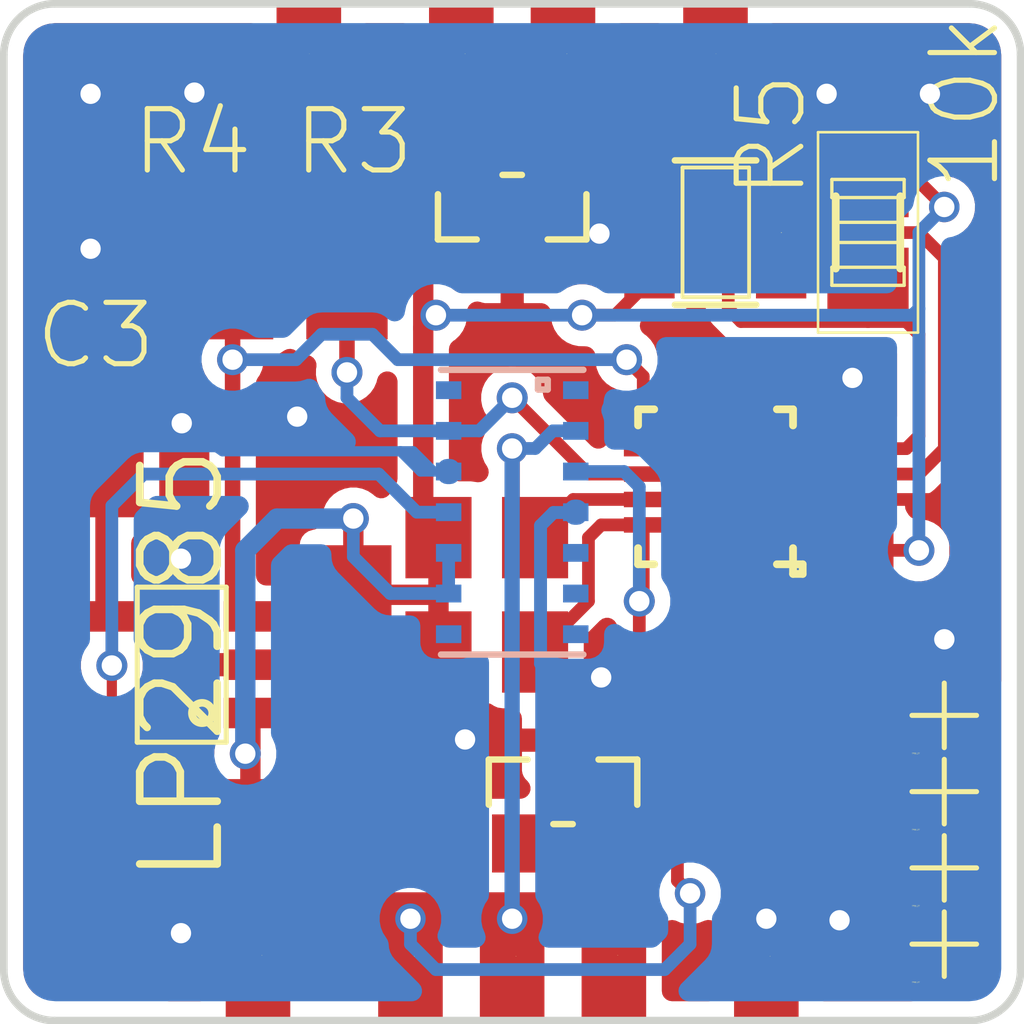
<source format=kicad_pcb>
(kicad_pcb (version 4) (host pcbnew 4.0.4-stable)

  (general
    (links 68)
    (no_connects 0)
    (area 135.835571 85.173858 166.500811 120.268729)
    (thickness 1.6)
    (drawings 8)
    (tracks 192)
    (zones 0)
    (modules 42)
    (nets 15)
  )

  (page A4)
  (layers
    (0 Top signal hide)
    (31 Bottom signal hide)
    (32 B.Adhes user hide)
    (33 F.Adhes user hide)
    (34 B.Paste user hide)
    (35 F.Paste user hide)
    (36 B.SilkS user)
    (37 F.SilkS user)
    (38 B.Mask user hide)
    (39 F.Mask user hide)
    (40 Dwgs.User user hide)
    (41 Cmts.User user hide)
    (42 Eco1.User user hide)
    (43 Eco2.User user hide)
    (44 Edge.Cuts user)
    (45 Margin user hide)
    (46 B.CrtYd user hide)
    (47 F.CrtYd user hide)
    (48 B.Fab user hide)
    (49 F.Fab user hide)
  )

  (setup
    (last_trace_width 0.25)
    (user_trace_width 0.2)
    (user_trace_width 0.25)
    (user_trace_width 0.3)
    (user_trace_width 0.5)
    (user_trace_width 0.6)
    (trace_clearance 0.127)
    (zone_clearance 0.3048)
    (zone_45_only no)
    (trace_min 0.152)
    (segment_width 0.2)
    (edge_width 0.15)
    (via_size 0.6)
    (via_drill 0.4)
    (via_min_size 0.4)
    (via_min_drill 0.305)
    (uvia_size 0.3)
    (uvia_drill 0.1)
    (uvias_allowed no)
    (uvia_min_size 0.2)
    (uvia_min_drill 0.1)
    (pcb_text_width 0.3)
    (pcb_text_size 1.5 1.5)
    (mod_edge_width 0.15)
    (mod_text_size 1 1)
    (mod_text_width 0.15)
    (pad_size 0.70358 0.70358)
    (pad_drill 0.39878)
    (pad_to_mask_clearance 0.2)
    (aux_axis_origin 0 0)
    (visible_elements 7FFFF761)
    (pcbplotparams
      (layerselection 0x00030_80000001)
      (usegerberextensions false)
      (excludeedgelayer true)
      (linewidth 0.100000)
      (plotframeref false)
      (viasonmask false)
      (mode 1)
      (useauxorigin false)
      (hpglpennumber 1)
      (hpglpenspeed 20)
      (hpglpendiameter 15)
      (hpglpenoverlay 2)
      (psnegative false)
      (psa4output false)
      (plotreference true)
      (plotvalue true)
      (plotinvisibletext false)
      (padsonsilk false)
      (subtractmaskfromsilk false)
      (outputformat 1)
      (mirror false)
      (drillshape 1)
      (scaleselection 1)
      (outputdirectory ""))
  )

  (net 0 "")
  (net 1 GND)
  (net 2 3V3)
  (net 3 /N$3)
  (net 4 /N$1)
  (net 5 /RX)
  (net 6 /SDA)
  (net 7 /SCL)
  (net 8 /EXT-ENABLE)
  (net 9 /1.8ON)
  (net 10 /TX)
  (net 11 /INT)
  (net 12 /SWD-CLK)
  (net 13 /SWD-DIO)
  (net 14 /RESET)

  (net_class Default "This is the default net class."
    (clearance 0.127)
    (trace_width 0.25)
    (via_dia 0.6)
    (via_drill 0.4)
    (uvia_dia 0.3)
    (uvia_drill 0.1)
    (add_net /1.8ON)
    (add_net /EXT-ENABLE)
    (add_net /INT)
    (add_net /N$1)
    (add_net /N$3)
    (add_net /RESET)
    (add_net /RX)
    (add_net /SCL)
    (add_net /SDA)
    (add_net /SWD-CLK)
    (add_net /SWD-DIO)
    (add_net /TX)
    (add_net 3V3)
    (add_net GND)
  )

  (module 98ASA00525D (layer Top) (tedit 57CE9C3B) (tstamp 57C6FAD2)
    (at 152.5011 104.5036 180)
    (path /57C717DA)
    (fp_text reference U1 (at -2.8702 0.635 180) (layer F.SilkS) hide
      (effects (font (size 1.2065 1.2065) (thickness 0.0762)) (justify right top))
    )
    (fp_text value MKL03Z32VFG4 (at -3.4544 0.635 180) (layer F.SilkS) hide
      (effects (font (size 1.2065 1.2065) (thickness 0.0762)) (justify right top))
    )
    (fp_line (start 1.4986 -1.2446) (end 1.4986 -1.4986) (layer Dwgs.User) (width 0.1524))
    (fp_line (start 1.2446 1.4986) (end 1.4986 1.4986) (layer Dwgs.User) (width 0.1524))
    (fp_line (start -1.2446 -1.4986) (end -1.4986 -1.4986) (layer Dwgs.User) (width 0.1524))
    (fp_line (start -1.4986 1.4986) (end -1.2446 1.4986) (layer Dwgs.User) (width 0.1524))
    (fp_line (start 1.4986 1.4986) (end 1.4986 1.2446) (layer Dwgs.User) (width 0.1524))
    (fp_line (start 1.4986 -1.4986) (end 1.2446 -1.4986) (layer Dwgs.User) (width 0.1524))
    (fp_line (start -1.4986 -1.4986) (end -1.4986 -1.2446) (layer Dwgs.User) (width 0.1524))
    (fp_line (start -1.4986 1.2446) (end -1.4986 1.4986) (layer Dwgs.User) (width 0.1524))
    (fp_poly (pts (xy 2.3114 0.0508) (xy 2.3114 0.4318) (xy 2.0574 0.4318) (xy 2.0574 0.0508)) (layer Dwgs.User) (width 0))
    (fp_text user * (at -3.0226 -0.7366 180) (layer Dwgs.User)
      (effects (font (size 1.2065 1.2065) (thickness 0.0762)) (justify left bottom))
    )
    (fp_poly (pts (xy -0.9144 -0.9144) (xy -0.9144 0.9144) (xy 0.9144 0.9144) (xy 0.9144 -0.9144)) (layer F.Paste) (width 0))
    (fp_line (start -1.524 -1.2065) (end -1.524 -1.524) (layer F.SilkS) (width 0.1524))
    (fp_text user * (at -3.0226 -0.7366 180) (layer F.SilkS) hide
      (effects (font (size 1.2065 1.2065) (thickness 0.0762)) (justify left bottom))
    )
    (fp_line (start -1.2065 -1.524) (end -1.524 -1.524) (layer F.SilkS) (width 0.1524))
    (fp_line (start 1.524 -1.2065) (end 1.524 -1.524) (layer F.SilkS) (width 0.1524))
    (fp_line (start 1.524 -1.524) (end 1.2065 -1.524) (layer F.SilkS) (width 0.1524))
    (fp_line (start 1.524 1.524) (end 1.2065 1.524) (layer F.SilkS) (width 0.1524))
    (fp_line (start 1.524 1.524) (end 1.524 1.2065) (layer F.SilkS) (width 0.1524))
    (fp_line (start -1.2065 1.524) (end -1.524 1.524) (layer F.SilkS) (width 0.1524))
    (fp_line (start -1.524 1.524) (end -1.524 1.2065) (layer F.SilkS) (width 0.1524))
    (fp_line (start -1.524 -1.524) (end -1.524 -1.7145) (layer F.SilkS) (width 0.1524))
    (fp_line (start -1.524 -1.524) (end -1.7145 -1.524) (layer F.SilkS) (width 0.1524))
    (fp_line (start -1.7145 -1.524) (end -1.7145 -1.7145) (layer F.SilkS) (width 0.1524))
    (fp_line (start -1.524 -1.7145) (end -1.7145 -1.7145) (layer F.SilkS) (width 0.1524))
    (pad 1 smd rect (at -1.4224 -0.750013 90) (size 0.3048 0.762) (layers Top F.Paste F.Mask)
      (net 2 3V3))
    (pad 2 smd rect (at -1.4224 -0.249988 90) (size 0.3048 0.762) (layers Top F.Paste F.Mask)
      (net 1 GND))
    (pad 3 smd rect (at -1.4224 0.249988 90) (size 0.3048 0.762) (layers Top F.Paste F.Mask)
      (net 10 /TX))
    (pad 4 smd rect (at -1.4224 0.750013 90) (size 0.3048 0.762) (layers Top F.Paste F.Mask)
      (net 5 /RX))
    (pad 5 smd rect (at -0.750013 1.4224) (size 0.3048 0.762) (layers Top F.Paste F.Mask))
    (pad 6 smd rect (at -0.249988 1.4224) (size 0.3048 0.762) (layers Top F.Paste F.Mask))
    (pad 7 smd rect (at 0.249988 1.4224) (size 0.3048 0.762) (layers Top F.Paste F.Mask))
    (pad 8 smd rect (at 0.750013 1.4224) (size 0.3048 0.762) (layers Top F.Paste F.Mask))
    (pad 9 smd rect (at 1.4224 0.750013 90) (size 0.3048 0.762) (layers Top F.Paste F.Mask)
      (net 9 /1.8ON))
    (pad 10 smd rect (at 1.4224 0.249988 90) (size 0.3048 0.762) (layers Top F.Paste F.Mask)
      (net 11 /INT))
    (pad 11 smd rect (at 1.4224 -0.249988 90) (size 0.3048 0.762) (layers Top F.Paste F.Mask)
      (net 7 /SCL))
    (pad 12 smd rect (at 1.4224 -0.750013 90) (size 0.3048 0.762) (layers Top F.Paste F.Mask)
      (net 6 /SDA))
    (pad 13 smd rect (at 0.750013 -1.4224) (size 0.3048 0.762) (layers Top F.Paste F.Mask)
      (net 8 /EXT-ENABLE))
    (pad 14 smd rect (at 0.249988 -1.4224) (size 0.3048 0.762) (layers Top F.Paste F.Mask)
      (net 12 /SWD-CLK))
    (pad 15 smd rect (at -0.249988 -1.4224) (size 0.3048 0.762) (layers Top F.Paste F.Mask)
      (net 14 /RESET))
    (pad 16 smd rect (at -0.750013 -1.4224) (size 0.3048 0.762) (layers Top F.Paste F.Mask)
      (net 13 /SWD-DIO))
    (pad 17 smd rect (at 0 0 180) (size 1.8034 1.8034) (layers Top F.Paste F.Mask)
      (net 1 GND))
  )

  (module MAXIM-MAX30100 (layer Bottom) (tedit 57CE9BA2) (tstamp 57C6FA71)
    (at 148.5011 105.0036 180)
    (path /57C70DB2)
    (fp_text reference IC3 (at 0 0 180) (layer B.SilkS) hide
      (effects (font (thickness 0.15)) (justify mirror))
    )
    (fp_text value MAX30102EFD+ (at 0 0 180) (layer B.SilkS) hide
      (effects (font (thickness 0.15)) (justify mirror))
    )
    (fp_line (start -1.4 2.8) (end 1.4 2.8) (layer B.SilkS) (width 0.127))
    (fp_line (start 1.4 -2.8) (end -1.4 -2.8) (layer B.SilkS) (width 0.127))
    (fp_line (start -0.6985 2.6035) (end -0.6985 2.413) (layer B.SilkS) (width 0.127))
    (fp_line (start -0.508 2.6035) (end -0.508 2.413) (layer B.SilkS) (width 0.127))
    (fp_line (start -0.508 2.6035) (end -0.6985 2.6035) (layer B.SilkS) (width 0.127))
    (fp_line (start -0.508 2.413) (end -0.6985 2.413) (layer B.SilkS) (width 0.127))
    (pad 1 smd rect (at -1.25 2.4 180) (size 0.5 0.35) (layers Bottom B.Paste B.Mask))
    (pad 2 smd rect (at -1.25 1.6 180) (size 0.5 0.35) (layers Bottom B.Paste B.Mask)
      (net 7 /SCL))
    (pad 3 smd rect (at -1.25 0.8 180) (size 0.5 0.35) (layers Bottom B.Paste B.Mask)
      (net 6 /SDA))
    (pad 4 smd rect (at -1.25 0 180) (size 0.5 0.35) (layers Bottom B.Paste B.Mask)
      (net 1 GND))
    (pad 5 smd rect (at -1.25 -0.8 180) (size 0.5 0.35) (layers Bottom B.Paste B.Mask))
    (pad 6 smd rect (at -1.25 -1.6 180) (size 0.5 0.35) (layers Bottom B.Paste B.Mask))
    (pad 7 smd rect (at -1.25 -2.4 180) (size 0.5 0.35) (layers Bottom B.Paste B.Mask))
    (pad 14 smd rect (at 1.25 2.4 180) (size 0.5 0.35) (layers Bottom B.Paste B.Mask))
    (pad 13 smd rect (at 1.25 1.6 180) (size 0.5 0.35) (layers Bottom B.Paste B.Mask)
      (net 11 /INT))
    (pad 12 smd rect (at 1.25 0.8 180) (size 0.5 0.35) (layers Bottom B.Paste B.Mask)
      (net 1 GND))
    (pad 11 smd rect (at 1.25 0 180) (size 0.5 0.35) (layers Bottom B.Paste B.Mask)
      (net 3 /N$3))
    (pad 10 smd rect (at 1.25 -0.8 180) (size 0.5 0.35) (layers Bottom B.Paste B.Mask)
      (net 2 3V3))
    (pad 9 smd rect (at 1.25 -1.6 180) (size 0.5 0.35) (layers Bottom B.Paste B.Mask)
      (net 2 3V3))
    (pad 8 smd rect (at 1.25 -2.4 180) (size 0.5 0.35) (layers Bottom B.Paste B.Mask))
  )

  (module VPAC0 (layer Top) (tedit 57CE99B2) (tstamp 57C70669)
    (at 150.218 99.524)
    (path /57C72072)
    (attr virtual)
    (fp_text reference VP_10 (at 0 0) (layer F.SilkS) hide
      (effects (font (thickness 0.15)))
    )
    (fp_text value VPDEV0 (at 0 0) (layer F.SilkS) hide
      (effects (font (thickness 0.15)))
    )
    (pad VP thru_hole circle (at 0 0) (size 0.70358 0.70358) (drill 0.39878) (layers *.Cu)
      (net 1 GND) (zone_connect 2))
  )

  (module VPAC0 (layer Top) (tedit 57CE9925) (tstamp 57C6FCDD)
    (at 154.94 113.03)
    (path /57C71D52)
    (attr virtual)
    (fp_text reference VP_6 (at 0 0) (layer F.SilkS) hide
      (effects (font (thickness 0.15)))
    )
    (fp_text value VPDEV0 (at 0 0) (layer F.SilkS) hide
      (effects (font (thickness 0.15)))
    )
    (pad VP thru_hole circle (at 0 0) (size 0.70358 0.70358) (drill 0.39878) (layers *.Cu)
      (net 1 GND) (zone_connect 2))
  )

  (module VPAC0 (layer Top) (tedit 57CE9914) (tstamp 57C6FCD8)
    (at 141.986 113.284)
    (path /57C71C8A)
    (attr virtual)
    (fp_text reference VP_5 (at 0 0) (layer F.SilkS) hide
      (effects (font (thickness 0.15)))
    )
    (fp_text value VPDEV0 (at 0 0) (layer F.SilkS) hide
      (effects (font (thickness 0.15)))
    )
    (pad VP thru_hole circle (at 0 0) (size 0.70358 0.70358) (drill 0.39878) (layers *.Cu)
      (net 1 GND) (zone_connect 2))
  )

  (module VPAC0 (layer Top) (tedit 57CE992E) (tstamp 57C6FCE2)
    (at 147.574 109.474)
    (path /57C71E1A)
    (attr virtual)
    (fp_text reference VP_7 (at 0 0) (layer F.SilkS) hide
      (effects (font (thickness 0.15)))
    )
    (fp_text value VPDEV0 (at 0 0) (layer F.SilkS) hide
      (effects (font (thickness 0.15)))
    )
    (pad VP thru_hole circle (at 0 0) (size 0.70358 0.70358) (drill 0.39878) (layers *.Cu)
      (net 1 GND) (zone_connect 2))
  )

  (module VPAC0 (layer Top) (tedit 57CE999A) (tstamp 57C6FCF1)
    (at 156.718 96.774)
    (path /57C72072)
    (attr virtual)
    (fp_text reference VP_10 (at 0 0) (layer F.SilkS) hide
      (effects (font (thickness 0.15)))
    )
    (fp_text value VPDEV0 (at 0 0) (layer F.SilkS) hide
      (effects (font (thickness 0.15)))
    )
    (pad VP thru_hole circle (at 0 0) (size 0.70358 0.70358) (drill 0.39878) (layers *.Cu)
      (net 1 GND) (zone_connect 2))
  )

  (module VPAC0 (layer Top) (tedit 57CE999F) (tstamp 57C6FCEC)
    (at 154.686 96.774)
    (path /57C71FAA)
    (attr virtual)
    (fp_text reference VP_9 (at 0 0) (layer F.SilkS) hide
      (effects (font (thickness 0.15)))
    )
    (fp_text value VPDEV0 (at 0 0) (layer F.SilkS) hide
      (effects (font (thickness 0.15)))
    )
    (pad VP thru_hole circle (at 0 0) (size 0.70358 0.70358) (drill 0.39878) (layers *.Cu)
      (net 1 GND) (zone_connect 2))
  )

  (module VPAC0 (layer Top) (tedit 57CE99DF) (tstamp 57C6FCBF)
    (at 141.986 105.918)
    (path /57C718A2)
    (attr virtual)
    (fp_text reference VP_0 (at 0 0) (layer F.SilkS) hide
      (effects (font (thickness 0.15)))
    )
    (fp_text value VPDEV0 (at 0 0) (layer F.SilkS) hide
      (effects (font (thickness 0.15)))
    )
    (pad VP thru_hole circle (at 0 0) (size 0.70358 0.70358) (drill 0.39878) (layers *.Cu)
      (net 1 GND) (zone_connect 2))
  )

  (module VPAC0 (layer Top) (tedit 57CE99F5) (tstamp 57C6FCC4)
    (at 144.272 103.124)
    (path /57C7196A)
    (attr virtual)
    (fp_text reference VP_1 (at 0 0) (layer F.SilkS) hide
      (effects (font (thickness 0.15)))
    )
    (fp_text value VPDEV0 (at 0 0) (layer F.SilkS) hide
      (effects (font (thickness 0.15)))
    )
    (pad VP thru_hole circle (at 0 0) (size 0.70358 0.70358) (drill 0.39878) (layers *.Cu)
      (net 1 GND) (zone_connect 2))
  )

  (module VPAC0 (layer Top) (tedit 57CE9985) (tstamp 57C6FCCE)
    (at 140.208 99.822)
    (path /57C71AFA)
    (attr virtual)
    (fp_text reference VP_3 (at 0 0) (layer F.SilkS) hide
      (effects (font (thickness 0.15)))
    )
    (fp_text value VPDEV0 (at 0 0) (layer F.SilkS) hide
      (effects (font (thickness 0.15)))
    )
    (pad VP thru_hole circle (at 0 0) (size 0.70358 0.70358) (drill 0.39878) (layers *.Cu)
      (net 1 GND) (zone_connect 2))
  )

  (module VPAC0 (layer Top) (tedit 57CE99A5) (tstamp 57C6FCC9)
    (at 140.208 96.774)
    (path /57C71A32)
    (attr virtual)
    (fp_text reference VP_2 (at 0 0) (layer F.SilkS) hide
      (effects (font (thickness 0.15)))
    )
    (fp_text value VPDEV0 (at 0 0) (layer F.SilkS) hide
      (effects (font (thickness 0.15)))
    )
    (pad VP thru_hole circle (at 0 0) (size 0.70358 0.70358) (drill 0.39878) (layers *.Cu)
      (net 1 GND) (zone_connect 2))
  )

  (module VPAC0 (layer Top) (tedit 57CE99C6) (tstamp 57C6FCD3)
    (at 155.194 102.362)
    (path /57C71BC2)
    (attr virtual)
    (fp_text reference VP_4 (at 0 0) (layer F.SilkS) hide
      (effects (font (thickness 0.15)))
    )
    (fp_text value VPDEV0 (at 0 0) (layer F.SilkS) hide
      (effects (font (thickness 0.15)))
    )
    (pad VP thru_hole circle (at 0 0) (size 0.70358 0.70358) (drill 0.39878) (layers *.Cu)
      (net 1 GND) (zone_connect 2))
  )

  (module A%2f3216-18R (layer Top) (tedit 57CE99E2) (tstamp 57C6F9E6)
    (at 145.3761 108.0036 90)
    (descr "<b>Chip Capacitor Type KEMET A / EIA 3216-18 reflow solder</b><p>KEMET S / EIA 3216-12")
    (path /57C6FE12)
    (fp_text reference C1 (at -1.95 -1 90) (layer F.SilkS) hide
      (effects (font (size 1.2065 1.2065) (thickness 0.1016)) (justify left bottom))
    )
    (fp_text value 10µ (at -1.95 2.325 90) (layer F.SilkS) hide
      (effects (font (size 1.2065 1.2065) (thickness 0.1016)) (justify left bottom))
    )
    (fp_line (start -1.45 -0.6) (end 1.45 -0.6) (layer Dwgs.User) (width 0.1016))
    (fp_line (start 1.45 -0.6) (end 1.45 0.6) (layer Dwgs.User) (width 0.1016))
    (fp_line (start 1.45 0.6) (end -1.45 0.6) (layer Dwgs.User) (width 0.1016))
    (fp_line (start -1.45 0.6) (end -1.45 -0.6) (layer Dwgs.User) (width 0.1016))
    (fp_poly (pts (xy -1.6 0.6) (xy -1.475 0.6) (xy -1.475 -0.6) (xy -1.6 -0.6)) (layer Dwgs.User) (width 0))
    (fp_poly (pts (xy 1.475 0.6) (xy 1.6 0.6) (xy 1.6 -0.6) (xy 1.475 -0.6)) (layer Dwgs.User) (width 0))
    (fp_poly (pts (xy 0.8 0.625) (xy 1.1 0.625) (xy 1.1 -0.625) (xy 0.8 -0.625)) (layer Dwgs.User) (width 0))
    (pad + smd rect (at 1.375 0 90) (size 1.95 1.5) (layers Top F.Paste F.Mask)
      (net 2 3V3))
    (pad - smd rect (at -1.375 0 90) (size 1.95 1.5) (layers Top F.Paste F.Mask)
      (net 1 GND))
  )

  (module A%2f3216-18R (layer Top) (tedit 57CE99EA) (tstamp 57C6F9F2)
    (at 140.5011 112.0036 90)
    (descr "<b>Chip Capacitor Type KEMET A / EIA 3216-18 reflow solder</b><p>KEMET S / EIA 3216-12")
    (path /57C6FEDA)
    (fp_text reference C2 (at -1.95 -1 90) (layer F.SilkS) hide
      (effects (font (size 1.2065 1.2065) (thickness 0.1016)) (justify left bottom))
    )
    (fp_text value 4.7µ (at -1.95 2.325 90) (layer F.SilkS) hide
      (effects (font (size 1.2065 1.2065) (thickness 0.1016)) (justify left bottom))
    )
    (fp_line (start -1.45 -0.6) (end 1.45 -0.6) (layer Dwgs.User) (width 0.1016))
    (fp_line (start 1.45 -0.6) (end 1.45 0.6) (layer Dwgs.User) (width 0.1016))
    (fp_line (start 1.45 0.6) (end -1.45 0.6) (layer Dwgs.User) (width 0.1016))
    (fp_line (start -1.45 0.6) (end -1.45 -0.6) (layer Dwgs.User) (width 0.1016))
    (fp_poly (pts (xy -1.6 0.6) (xy -1.475 0.6) (xy -1.475 -0.6) (xy -1.6 -0.6)) (layer Dwgs.User) (width 0))
    (fp_poly (pts (xy 1.475 0.6) (xy 1.6 0.6) (xy 1.6 -0.6) (xy 1.475 -0.6)) (layer Dwgs.User) (width 0))
    (fp_poly (pts (xy 0.8 0.625) (xy 1.1 0.625) (xy 1.1 -0.625) (xy 0.8 -0.625)) (layer Dwgs.User) (width 0))
    (pad + smd rect (at 1.375 0 90) (size 1.95 1.5) (layers Top F.Paste F.Mask)
      (net 3 /N$3))
    (pad - smd rect (at -1.375 0 90) (size 1.95 1.5) (layers Top F.Paste F.Mask)
      (net 1 GND))
  )

  (module C0805 (layer Top) (tedit 58933E2F) (tstamp 57C6F9FE)
    (at 140.5011 103.5036 90)
    (descr <b>CAPACITOR</b><p>)
    (path /57C6FFA2)
    (fp_text reference C3 (at 1.2686 -1.4361 180) (layer F.SilkS)
      (effects (font (size 1.2065 1.2065) (thickness 0.1016)) (justify left bottom))
    )
    (fp_text value 10n (at -1.27 2.54 90) (layer F.SilkS) hide
      (effects (font (size 1.2065 1.2065) (thickness 0.1016)) (justify left bottom))
    )
    (fp_line (start -0.381 -0.66) (end 0.381 -0.66) (layer Dwgs.User) (width 0.1016))
    (fp_line (start -0.356 0.66) (end 0.381 0.66) (layer Dwgs.User) (width 0.1016))
    (fp_poly (pts (xy -1.0922 0.7239) (xy -0.3421 0.7239) (xy -0.3421 -0.7262) (xy -1.0922 -0.7262)) (layer Dwgs.User) (width 0))
    (fp_poly (pts (xy 0.3556 0.7239) (xy 1.1057 0.7239) (xy 1.1057 -0.7262) (xy 0.3556 -0.7262)) (layer Dwgs.User) (width 0))
    (fp_poly (pts (xy -0.1001 0.4001) (xy 0.1001 0.4001) (xy 0.1001 -0.4001) (xy -0.1001 -0.4001)) (layer F.Adhes) (width 0))
    (pad 1 smd rect (at -0.95 0 90) (size 1.3 1.5) (layers Top F.Paste F.Mask)
      (net 4 /N$1))
    (pad 2 smd rect (at 0.95 0 90) (size 1.3 1.5) (layers Top F.Paste F.Mask)
      (net 1 GND))
  )

  (module A%2f3216-18R (layer Top) (tedit 57CE9931) (tstamp 57C6FA08)
    (at 144.5011 111.0036 180)
    (descr "<b>Chip Capacitor Type KEMET A / EIA 3216-18 reflow solder</b><p>KEMET S / EIA 3216-12")
    (path /57C7006A)
    (fp_text reference C4 (at -1.95 -1 180) (layer F.SilkS) hide
      (effects (font (size 1.2065 1.2065) (thickness 0.1016)) (justify right top))
    )
    (fp_text value 1µ (at -1.95 2.325 180) (layer F.SilkS) hide
      (effects (font (size 1.2065 1.2065) (thickness 0.1016)) (justify right top))
    )
    (fp_line (start -1.45 -0.6) (end 1.45 -0.6) (layer Dwgs.User) (width 0.1016))
    (fp_line (start 1.45 -0.6) (end 1.45 0.6) (layer Dwgs.User) (width 0.1016))
    (fp_line (start 1.45 0.6) (end -1.45 0.6) (layer Dwgs.User) (width 0.1016))
    (fp_line (start -1.45 0.6) (end -1.45 -0.6) (layer Dwgs.User) (width 0.1016))
    (fp_poly (pts (xy -1.6 0.6) (xy -1.475 0.6) (xy -1.475 -0.6) (xy -1.6 -0.6)) (layer Dwgs.User) (width 0))
    (fp_poly (pts (xy 1.475 0.6) (xy 1.6 0.6) (xy 1.6 -0.6) (xy 1.475 -0.6)) (layer Dwgs.User) (width 0))
    (fp_poly (pts (xy 0.8 0.625) (xy 1.1 0.625) (xy 1.1 -0.625) (xy 0.8 -0.625)) (layer Dwgs.User) (width 0))
    (pad + smd rect (at 1.375 0 180) (size 1.95 1.5) (layers Top F.Paste F.Mask)
      (net 2 3V3))
    (pad - smd rect (at -1.375 0 180) (size 1.95 1.5) (layers Top F.Paste F.Mask)
      (net 1 GND))
  )

  (module C0805 (layer Top) (tedit 57CE99CF) (tstamp 57C6FA14)
    (at 155.2511 106.7536 270)
    (descr <b>CAPACITOR</b><p>)
    (path /57C70132)
    (fp_text reference C5 (at -1.27 -1.27 270) (layer F.SilkS) hide
      (effects (font (size 1.2065 1.2065) (thickness 0.1016)) (justify right top))
    )
    (fp_text value 100n (at -1.27 2.54 270) (layer F.SilkS) hide
      (effects (font (size 1.2065 1.2065) (thickness 0.1016)) (justify right top))
    )
    (fp_line (start -0.381 -0.66) (end 0.381 -0.66) (layer Dwgs.User) (width 0.1016))
    (fp_line (start -0.356 0.66) (end 0.381 0.66) (layer Dwgs.User) (width 0.1016))
    (fp_poly (pts (xy -1.0922 0.7239) (xy -0.3421 0.7239) (xy -0.3421 -0.7262) (xy -1.0922 -0.7262)) (layer Dwgs.User) (width 0))
    (fp_poly (pts (xy 0.3556 0.7239) (xy 1.1057 0.7239) (xy 1.1057 -0.7262) (xy 0.3556 -0.7262)) (layer Dwgs.User) (width 0))
    (fp_poly (pts (xy -0.1001 0.4001) (xy 0.1001 0.4001) (xy 0.1001 -0.4001) (xy -0.1001 -0.4001)) (layer F.Adhes) (width 0))
    (pad 1 smd rect (at -0.95 0 270) (size 1.3 1.5) (layers Top F.Paste F.Mask)
      (net 2 3V3))
    (pad 2 smd rect (at 0.95 0 270) (size 1.3 1.5) (layers Top F.Paste F.Mask)
      (net 1 GND))
  )

  (module SOT-23 (layer Top) (tedit 57CE99C0) (tstamp 57C6FA1E)
    (at 148.5011 99.0036 180)
    (descr <b>SOT23</b>)
    (path /57C701FA)
    (fp_text reference D1 (at -1.905 -1.905 180) (layer F.SilkS) hide
      (effects (font (size 0.84455 0.84455) (thickness 0.09779)) (justify right top))
    )
    (fp_text value ESDA6V1L (at -1.27 2.794 180) (layer F.SilkS) hide
      (effects (font (size 0.60325 0.60325) (thickness 0.0635)) (justify right top))
    )
    (fp_line (start -0.1905 0.635) (end 0.1905 0.635) (layer F.SilkS) (width 0.127))
    (fp_line (start 1.4605 0.254) (end 1.4605 -0.635) (layer F.SilkS) (width 0.127))
    (fp_line (start 1.4605 -0.635) (end 0.6985 -0.635) (layer F.SilkS) (width 0.127))
    (fp_line (start -0.6985 -0.635) (end -1.4605 -0.635) (layer F.SilkS) (width 0.127))
    (fp_line (start -1.4605 -0.635) (end -1.4605 0.254) (layer F.SilkS) (width 0.127))
    (fp_poly (pts (xy -0.2286 -0.7112) (xy 0.2286 -0.7112) (xy 0.2286 -1.2954) (xy -0.2286 -1.2954)) (layer Dwgs.User) (width 0))
    (fp_poly (pts (xy 0.7112 1.2954) (xy 1.1684 1.2954) (xy 1.1684 0.7112) (xy 0.7112 0.7112)) (layer Dwgs.User) (width 0))
    (fp_poly (pts (xy -1.1684 1.2954) (xy -0.7112 1.2954) (xy -0.7112 0.7112) (xy -1.1684 0.7112)) (layer Dwgs.User) (width 0))
    (pad 3 smd rect (at 0 -1.016 180) (size 1.016 1.143) (layers Top F.Paste F.Mask)
      (net 1 GND))
    (pad 2 smd rect (at 0.889 1.016 180) (size 1.016 1.143) (layers Top F.Paste F.Mask)
      (net 2 3V3))
    (pad 1 smd rect (at -0.889 1.016) (size 1.016 1.143) (layers Top F.Paste F.Mask)
      (net 5 /RX))
  )

  (module SOT-23 (layer Top) (tedit 57CE99D9) (tstamp 57C6FA2C)
    (at 149.5011 110.5036)
    (descr <b>SOT23</b>)
    (path /57C702C2)
    (fp_text reference D2 (at -1.905 -1.905) (layer F.SilkS) hide
      (effects (font (size 0.84455 0.84455) (thickness 0.09779)) (justify left bottom))
    )
    (fp_text value ESDA6V1L (at -1.27 2.794) (layer F.SilkS) hide
      (effects (font (size 0.60325 0.60325) (thickness 0.0635)) (justify left bottom))
    )
    (fp_line (start -0.1905 0.635) (end 0.1905 0.635) (layer F.SilkS) (width 0.127))
    (fp_line (start 1.4605 0.254) (end 1.4605 -0.635) (layer F.SilkS) (width 0.127))
    (fp_line (start 1.4605 -0.635) (end 0.6985 -0.635) (layer F.SilkS) (width 0.127))
    (fp_line (start -0.6985 -0.635) (end -1.4605 -0.635) (layer F.SilkS) (width 0.127))
    (fp_line (start -1.4605 -0.635) (end -1.4605 0.254) (layer F.SilkS) (width 0.127))
    (fp_poly (pts (xy -0.2286 -0.7112) (xy 0.2286 -0.7112) (xy 0.2286 -1.2954) (xy -0.2286 -1.2954)) (layer Dwgs.User) (width 0))
    (fp_poly (pts (xy 0.7112 1.2954) (xy 1.1684 1.2954) (xy 1.1684 0.7112) (xy 0.7112 0.7112)) (layer Dwgs.User) (width 0))
    (fp_poly (pts (xy -1.1684 1.2954) (xy -0.7112 1.2954) (xy -0.7112 0.7112) (xy -1.1684 0.7112)) (layer Dwgs.User) (width 0))
    (pad 3 smd rect (at 0 -1.016) (size 1.016 1.143) (layers Top F.Paste F.Mask)
      (net 1 GND))
    (pad 2 smd rect (at 0.889 1.016) (size 1.016 1.143) (layers Top F.Paste F.Mask)
      (net 6 /SDA))
    (pad 1 smd rect (at -0.889 1.016 180) (size 1.016 1.143) (layers Top F.Paste F.Mask)
      (net 7 /SCL))
  )

  (module TI-LP2985 (layer Top) (tedit 57CE99E6) (tstamp 57C6FA4E)
    (at 142.0011 108.0036 90)
    (path /57C70BBE)
    (fp_text reference IC1 (at 0 -2.54 90) (layer F.SilkS) hide
      (effects (font (size 0.77216 0.77216) (thickness 0.097536)) (justify bottom))
    )
    (fp_text value LP2985 (at 0 0 90) (layer F.SilkS)
      (effects (font (thickness 0.15)))
    )
    (fp_line (start -1.525 -0.875) (end -1.525 0.875) (layer F.SilkS) (width 0.1))
    (fp_line (start 1.525 -0.875) (end 1.525 0.875) (layer F.SilkS) (width 0.1))
    (fp_line (start -1.525 -0.875) (end 1.525 -0.875) (layer F.SilkS) (width 0.1))
    (fp_line (start -1.525 0.875) (end 1.525 0.875) (layer F.SilkS) (width 0.1))
    (fp_circle (center -0.95 0.4) (end -0.75 0.4) (layer F.SilkS) (width 0.15))
    (pad 1 smd rect (at -0.95 1.35 180) (size 1.05 0.6) (layers Top F.Paste F.Mask)
      (net 2 3V3))
    (pad 2 smd rect (at 0 1.35 180) (size 1.05 0.6) (layers Top F.Paste F.Mask)
      (net 1 GND))
    (pad 3 smd rect (at 0.95 1.35 180) (size 1.05 0.6) (layers Top F.Paste F.Mask)
      (net 9 /1.8ON))
    (pad 5 smd rect (at -0.95 -1.35 180) (size 1.05 0.6) (layers Top F.Paste F.Mask)
      (net 3 /N$3))
    (pad 4 smd rect (at 0.95 -1.35 180) (size 1.05 0.6) (layers Top F.Paste F.Mask)
      (net 4 /N$1))
  )

  (module SOT23-5 (layer Top) (tedit 57CE99BE) (tstamp 57C6FA5B)
    (at 152.5011 99.5036 90)
    (descr "<b>Small Outline Transistor</b><p>\nSOT753 - Philips Semiconductors<br>\nSource: http://www.semiconductors.philips.com/acrobat_download/datasheets/74HC_HCT1G66_3.pdf")
    (path /57C70C86)
    (fp_text reference IC2 (at -2.54 -2.54 90) (layer F.SilkS) hide
      (effects (font (size 1.2065 1.2065) (thickness 0.1016)) (justify left bottom))
    )
    (fp_text value 74LVC1G07DBV (at -2.54 3.81 90) (layer F.SilkS) hide
      (effects (font (size 1.2065 1.2065) (thickness 0.1016)) (justify left bottom))
    )
    (fp_line (start 0 1.29) (end 0 1.3) (layer F.SilkS) (width 0.01))
    (fp_line (start 1.42 -0.8) (end 1.42 0.8) (layer F.SilkS) (width 0.127))
    (fp_line (start 1.42 0.8) (end -1.42 0.8) (layer Dwgs.User) (width 0.127))
    (fp_line (start -1.42 0.8) (end -1.42 -0.8) (layer F.SilkS) (width 0.127))
    (fp_line (start -1.42 -0.8) (end 1.42 -0.8) (layer Dwgs.User) (width 0.127))
    (fp_line (start -1.27 -0.65) (end 1.28 -0.65) (layer F.SilkS) (width 0.075))
    (fp_line (start 1.28 -0.65) (end 1.28 0.66) (layer F.SilkS) (width 0.075))
    (fp_line (start 1.28 0.66) (end -1.27 0.66) (layer F.SilkS) (width 0.075))
    (fp_line (start -1.27 0.66) (end -1.27 -0.65) (layer F.SilkS) (width 0.075))
    (fp_poly (pts (xy -1.11 -0.68) (xy -0.78 -0.68) (xy -0.78 -1.43) (xy -1.11 -1.43)) (layer Dwgs.User) (width 0))
    (fp_poly (pts (xy 0.79 -0.67) (xy 1.12 -0.67) (xy 1.12 -1.42) (xy 0.79 -1.42)) (layer Dwgs.User) (width 0))
    (fp_poly (pts (xy -1.11 1.42) (xy -0.78 1.42) (xy -0.78 0.67) (xy -1.11 0.67)) (layer Dwgs.User) (width 0))
    (fp_poly (pts (xy -0.16 1.42) (xy 0.17 1.42) (xy 0.17 0.67) (xy -0.16 0.67)) (layer Dwgs.User) (width 0))
    (fp_poly (pts (xy 0.79 1.42) (xy 1.12 1.42) (xy 1.12 0.67) (xy 0.79 0.67)) (layer Dwgs.User) (width 0))
    (pad 1 smd rect (at -0.95 1.29 90) (size 0.69 0.99) (layers Top F.Paste F.Mask))
    (pad 2 smd rect (at 0 1.29 90) (size 0.69 0.99) (layers Top F.Paste F.Mask)
      (net 10 /TX))
    (pad 3 smd rect (at 0.95 1.29 90) (size 0.69 0.99) (layers Top F.Paste F.Mask)
      (net 1 GND))
    (pad 4 smd rect (at 0.95 -1.3 90) (size 0.69 0.99) (layers Top F.Paste F.Mask)
      (net 5 /RX))
    (pad 5 smd rect (at -0.95 -1.3 90) (size 0.69 0.99) (layers Top F.Paste F.Mask)
      (net 2 3V3))
  )

  (module SMD1,27-2,54 (layer Top) (tedit 57CE998B) (tstamp 57C6FA8A)
    (at 144.5011 96)
    (descr "<b>SMD PAD</b>")
    (path /57C70F42)
    (fp_text reference PEBBLE-GND1 (at -0.8 2.4 90) (layer F.SilkS) hide
      (effects (font (size 1.2065 1.2065) (thickness 0.1016)) (justify left bottom))
    )
    (fp_text value ~ (at 0 0) (layer F.SilkS)
      (effects (font (size 0.02413 0.02413) (thickness 0.002032)) (justify left bottom))
    )
    (pad 1 smd rect (at 0 0) (size 1.27 2.54) (layers Top F.Paste F.Mask)
      (net 1 GND))
  )

  (module SMD1,27-2,54 (layer Top) (tedit 57CE9992) (tstamp 57C6FA8E)
    (at 152.5 96)
    (descr "<b>SMD PAD</b>")
    (path /57C7100A)
    (fp_text reference PEBBLE-GND2 (at -0.8 2.4 90) (layer F.SilkS) hide
      (effects (font (size 1.2065 1.2065) (thickness 0.1016)) (justify left bottom))
    )
    (fp_text value ~ (at 0 0) (layer F.SilkS)
      (effects (font (size 0.02413 0.02413) (thickness 0.002032)) (justify left bottom))
    )
    (pad 1 smd rect (at 0 0) (size 1.27 2.54) (layers Top F.Paste F.Mask)
      (net 1 GND))
  )

  (module M0805 (layer Top) (tedit 57CE99D7) (tstamp 57C6FA96)
    (at 148.0011 107.7536 180)
    (descr "<b>RESISTOR</b><p>\nMELF 0.10 W")
    (path /57C7119A)
    (fp_text reference R1 (at -1.27 -1.27 180) (layer F.SilkS) hide
      (effects (font (size 1.2065 1.2065) (thickness 0.1016)) (justify right top))
    )
    (fp_text value 4k7 (at -1.27 2.54 180) (layer F.SilkS) hide
      (effects (font (size 1.2065 1.2065) (thickness 0.1016)) (justify right top))
    )
    (fp_line (start 0.7112 -0.635) (end -0.7112 -0.635) (layer Dwgs.User) (width 0.1524))
    (fp_line (start 0.7112 0.635) (end -0.7112 0.635) (layer Dwgs.User) (width 0.1524))
    (fp_poly (pts (xy -1.0414 0.7112) (xy -0.6858 0.7112) (xy -0.6858 -0.7112) (xy -1.0414 -0.7112)) (layer Dwgs.User) (width 0))
    (fp_poly (pts (xy 0.6858 0.7112) (xy 1.0414 0.7112) (xy 1.0414 -0.7112) (xy 0.6858 -0.7112)) (layer Dwgs.User) (width 0))
    (fp_poly (pts (xy -0.1999 0.5999) (xy 0.1999 0.5999) (xy 0.1999 -0.5999) (xy -0.1999 -0.5999)) (layer F.Adhes) (width 0))
    (pad 1 smd rect (at -0.95 0 180) (size 1.3 1.6) (layers Top F.Paste F.Mask)
      (net 6 /SDA))
    (pad 2 smd rect (at 0.95 0 180) (size 1.3 1.6) (layers Top F.Paste F.Mask)
      (net 2 3V3))
  )

  (module M0805 (layer Top) (tedit 57CE99FA) (tstamp 57C6FAA0)
    (at 148.0011 105.5036 180)
    (descr "<b>RESISTOR</b><p>\nMELF 0.10 W")
    (path /57C71262)
    (fp_text reference R2 (at -1.27 -1.27 180) (layer F.SilkS) hide
      (effects (font (size 1.2065 1.2065) (thickness 0.1016)) (justify right top))
    )
    (fp_text value 4k7 (at -1.27 2.54 180) (layer F.SilkS) hide
      (effects (font (size 1.2065 1.2065) (thickness 0.1016)) (justify right top))
    )
    (fp_line (start 0.7112 -0.635) (end -0.7112 -0.635) (layer Dwgs.User) (width 0.1524))
    (fp_line (start 0.7112 0.635) (end -0.7112 0.635) (layer Dwgs.User) (width 0.1524))
    (fp_poly (pts (xy -1.0414 0.7112) (xy -0.6858 0.7112) (xy -0.6858 -0.7112) (xy -1.0414 -0.7112)) (layer Dwgs.User) (width 0))
    (fp_poly (pts (xy 0.6858 0.7112) (xy 1.0414 0.7112) (xy 1.0414 -0.7112) (xy 0.6858 -0.7112)) (layer Dwgs.User) (width 0))
    (fp_poly (pts (xy -0.1999 0.5999) (xy 0.1999 0.5999) (xy 0.1999 -0.5999) (xy -0.1999 -0.5999)) (layer F.Adhes) (width 0))
    (pad 1 smd rect (at -0.95 0 180) (size 1.3 1.6) (layers Top F.Paste F.Mask)
      (net 7 /SCL))
    (pad 2 smd rect (at 0.95 0 180) (size 1.3 1.6) (layers Top F.Paste F.Mask)
      (net 2 3V3))
  )

  (module M0805 (layer Top) (tedit 58933DCF) (tstamp 57C6FAAA)
    (at 145.2511 100.0036 90)
    (descr "<b>RESISTOR</b><p>\nMELF 0.10 W")
    (path /57C7132A)
    (fp_text reference R3 (at 1.5786 -1.1061 180) (layer F.SilkS)
      (effects (font (size 1.2065 1.2065) (thickness 0.1016)) (justify left bottom))
    )
    (fp_text value 4k7 (at -1.27 2.54 90) (layer F.SilkS) hide
      (effects (font (size 1.2065 1.2065) (thickness 0.1016)) (justify left bottom))
    )
    (fp_line (start 0.7112 -0.635) (end -0.7112 -0.635) (layer Dwgs.User) (width 0.1524))
    (fp_line (start 0.7112 0.635) (end -0.7112 0.635) (layer Dwgs.User) (width 0.1524))
    (fp_poly (pts (xy -1.0414 0.7112) (xy -0.6858 0.7112) (xy -0.6858 -0.7112) (xy -1.0414 -0.7112)) (layer Dwgs.User) (width 0))
    (fp_poly (pts (xy 0.6858 0.7112) (xy 1.0414 0.7112) (xy 1.0414 -0.7112) (xy 0.6858 -0.7112)) (layer Dwgs.User) (width 0))
    (fp_poly (pts (xy -0.1999 0.5999) (xy 0.1999 0.5999) (xy 0.1999 -0.5999) (xy -0.1999 -0.5999)) (layer F.Adhes) (width 0))
    (pad 1 smd rect (at -0.95 0 90) (size 1.3 1.6) (layers Top F.Paste F.Mask)
      (net 11 /INT))
    (pad 2 smd rect (at 0.95 0 90) (size 1.3 1.6) (layers Top F.Paste F.Mask)
      (net 2 3V3))
  )

  (module M0805 (layer Top) (tedit 58933DE7) (tstamp 57C6FAB4)
    (at 143.0011 100.0036 90)
    (descr "<b>RESISTOR</b><p>\nMELF 0.10 W")
    (path /57C713F2)
    (fp_text reference R4 (at 1.5786 -2.0311 180) (layer F.SilkS)
      (effects (font (size 1.2065 1.2065) (thickness 0.1016)) (justify left bottom))
    )
    (fp_text value 4k7 (at -1.27 2.54 90) (layer F.SilkS) hide
      (effects (font (size 1.2065 1.2065) (thickness 0.1016)) (justify left bottom))
    )
    (fp_line (start 0.7112 -0.635) (end -0.7112 -0.635) (layer Dwgs.User) (width 0.1524))
    (fp_line (start 0.7112 0.635) (end -0.7112 0.635) (layer Dwgs.User) (width 0.1524))
    (fp_poly (pts (xy -1.0414 0.7112) (xy -0.6858 0.7112) (xy -0.6858 -0.7112) (xy -1.0414 -0.7112)) (layer Dwgs.User) (width 0))
    (fp_poly (pts (xy 0.6858 0.7112) (xy 1.0414 0.7112) (xy 1.0414 -0.7112) (xy 0.6858 -0.7112)) (layer Dwgs.User) (width 0))
    (fp_poly (pts (xy -0.1999 0.5999) (xy 0.1999 0.5999) (xy 0.1999 -0.5999) (xy -0.1999 -0.5999)) (layer F.Adhes) (width 0))
    (pad 1 smd rect (at -0.95 0 90) (size 1.3 1.6) (layers Top F.Paste F.Mask)
      (net 9 /1.8ON))
    (pad 2 smd rect (at 0.95 0 90) (size 1.3 1.6) (layers Top F.Paste F.Mask)
      (net 2 3V3))
  )

  (module controller_board:SMD1_27-2_54 (layer Top) (tedit 57CE98EC) (tstamp 57CACCD7)
    (at 146.5 113.75)
    (descr "SMD PAD")
    (tags "SMD PAD")
    (path /57C7038A)
    (attr smd)
    (fp_text reference EXT-ENABLE12 (at -1.43256 -0.7747 90) (layer F.SilkS) hide
      (effects (font (size 1.27 1.27) (thickness 0.1016)))
    )
    (fp_text value ~ (at 0.0762 -0.0127) (layer F.SilkS)
      (effects (font (size 0.0254 0.0254) (thickness 0.000001)))
    )
    (pad 1 smd rect (at 0 0) (size 1.27 2.54) (layers Top F.Paste F.Mask)
      (net 8 /EXT-ENABLE))
  )

  (module controller_board:SMD1_27-2_54 (layer Top) (tedit 57CE98EF) (tstamp 57CACCDC)
    (at 153.5 113.75)
    (descr "SMD PAD")
    (tags "SMD PAD")
    (path /57C70452)
    (attr smd)
    (fp_text reference EXT-GND12 (at -1.43256 -0.7747 90) (layer F.SilkS) hide
      (effects (font (size 1.27 1.27) (thickness 0.1016)))
    )
    (fp_text value ~ (at 0.0762 -0.0127) (layer F.SilkS)
      (effects (font (size 0.0254 0.0254) (thickness 0.000001)))
    )
    (pad 1 smd rect (at 0 0) (size 1.27 2.54) (layers Top F.Paste F.Mask)
      (net 1 GND))
  )

  (module controller_board:SMD1_27-2_54 (layer Top) (tedit 57CE98E6) (tstamp 57CACCE1)
    (at 148.5 113.75)
    (descr "SMD PAD")
    (tags "SMD PAD")
    (path /57C7051A)
    (attr smd)
    (fp_text reference EXT-SCL12 (at -1.43256 -0.7747 90) (layer F.SilkS) hide
      (effects (font (size 1.27 1.27) (thickness 0.1016)))
    )
    (fp_text value ~ (at 0.0762 -0.0127) (layer F.SilkS)
      (effects (font (size 0.0254 0.0254) (thickness 0.000001)))
    )
    (pad 1 smd rect (at 0 0) (size 1.27 2.54) (layers Top F.Paste F.Mask)
      (net 7 /SCL))
  )

  (module controller_board:SMD1_27-2_54 (layer Top) (tedit 57CE98ED) (tstamp 57CACCE6)
    (at 150.5011 113.7336)
    (descr "SMD PAD")
    (tags "SMD PAD")
    (path /57C705E2)
    (attr smd)
    (fp_text reference EXT-SDA12 (at -1.43256 -0.7747 90) (layer F.SilkS) hide
      (effects (font (size 1.27 1.27) (thickness 0.1016)))
    )
    (fp_text value ~ (at 0.0762 -0.0127) (layer F.SilkS)
      (effects (font (size 0.0254 0.0254) (thickness 0.000001)))
    )
    (pad 1 smd rect (at 0 0) (size 1.27 2.54) (layers Top F.Paste F.Mask)
      (net 6 /SDA))
  )

  (module controller_board:SMD1_27-2_54 (layer Top) (tedit 57CE98E9) (tstamp 57CACCEB)
    (at 143.5011 113.7336)
    (descr "SMD PAD")
    (tags "SMD PAD")
    (path /57C706AA)
    (attr smd)
    (fp_text reference EXT-VCC12 (at -1.43256 -0.7747 90) (layer F.SilkS) hide
      (effects (font (size 1.27 1.27) (thickness 0.1016)))
    )
    (fp_text value ~ (at 0.0762 -0.0127) (layer F.SilkS)
      (effects (font (size 0.0254 0.0254) (thickness 0.000001)))
    )
    (pad 1 smd rect (at 0 0) (size 1.27 2.54) (layers Top F.Paste F.Mask)
      (net 2 3V3))
  )

  (module controller_board:SMD1_27-2_54 (layer Top) (tedit 57CE9991) (tstamp 57CACCF0)
    (at 149.5 96)
    (descr "SMD PAD")
    (tags "SMD PAD")
    (path /57C70E7A)
    (attr smd)
    (fp_text reference PEBBLE-DATA12 (at -1.43256 -0.7747 90) (layer F.SilkS) hide
      (effects (font (size 1.27 1.27) (thickness 0.1016)))
    )
    (fp_text value ~ (at 0.0762 -0.0127) (layer F.SilkS)
      (effects (font (size 0.0254 0.0254) (thickness 0.000001)))
    )
    (pad 1 smd rect (at 0 0) (size 1.27 2.54) (layers Top F.Paste F.Mask)
      (net 5 /RX))
  )

  (module controller_board:SMD1_27-2_54 (layer Top) (tedit 57CE998D) (tstamp 57CACCF5)
    (at 147.5 96)
    (descr "SMD PAD")
    (tags "SMD PAD")
    (path /57C710D2)
    (attr smd)
    (fp_text reference PEBBLE-VCC12 (at -1.43256 -0.7747 90) (layer F.SilkS) hide
      (effects (font (size 1.27 1.27) (thickness 0.1016)))
    )
    (fp_text value ~ (at 0.0762 -0.0127) (layer F.SilkS)
      (effects (font (size 0.0254 0.0254) (thickness 0.000001)))
    )
    (pad 1 smd rect (at 0 0) (size 1.27 2.54) (layers Top F.Paste F.Mask)
      (net 2 3V3))
  )

  (module controller_board:B1_27 (layer Top) (tedit 57CE9904) (tstamp 57CACCFD)
    (at 157 112)
    (descr "TEST PAD")
    (tags "TEST PAD")
    (path /57C714BA)
    (attr smd)
    (fp_text reference SWD-CLK12 (at 2.54 -1.651) (layer F.SilkS) hide
      (effects (font (size 1.27 1.27) (thickness 0.127)))
    )
    (fp_text value TPB1,27 (at -0.5588 0.7493) (layer F.SilkS)
      (effects (font (size 0.0254 0.0254) (thickness 0.000001)))
    )
    (fp_line (start -0.635 0) (end 0.635 0) (layer F.SilkS) (width 0))
    (fp_line (start 0 -0.635) (end 0 0.635) (layer F.SilkS) (width 0))
    (fp_text user >TP_SIGNAL_NAME (at 6.86308 1.40462) (layer F.SilkS) hide
      (effects (font (size 0.99822 0.99822) (thickness 0.0762)))
    )
    (pad TP smd circle (at 0 0) (size 1.27 1.27) (layers Top F.Paste F.Mask)
      (net 12 /SWD-CLK))
  )

  (module controller_board:B1_27 (layer Top) (tedit 57CE98FB) (tstamp 57CACD05)
    (at 157 109)
    (descr "TEST PAD")
    (tags "TEST PAD")
    (path /57C71582)
    (attr smd)
    (fp_text reference SWD-DIO12 (at 2.54 -1.651) (layer F.SilkS) hide
      (effects (font (size 1.27 1.27) (thickness 0.127)))
    )
    (fp_text value TPB1,27 (at -0.5588 0.7493) (layer F.SilkS)
      (effects (font (size 0.0254 0.0254) (thickness 0.000001)))
    )
    (fp_line (start -0.635 0) (end 0.635 0) (layer F.SilkS) (width 0))
    (fp_line (start 0 -0.635) (end 0 0.635) (layer F.SilkS) (width 0))
    (fp_text user >TP_SIGNAL_NAME (at 6.86308 1.40462) (layer F.SilkS) hide
      (effects (font (size 0.99822 0.99822) (thickness 0.0762)))
    )
    (pad TP smd circle (at 0 0) (size 1.27 1.27) (layers Top F.Paste F.Mask)
      (net 13 /SWD-DIO))
  )

  (module controller_board:B1_27 (layer Top) (tedit 57CE9906) (tstamp 57CACD0D)
    (at 157 113.5)
    (descr "TEST PAD")
    (tags "TEST PAD")
    (path /57C7164A)
    (attr smd)
    (fp_text reference SWD-GND12 (at 2.54 -1.651) (layer F.SilkS) hide
      (effects (font (size 1.27 1.27) (thickness 0.127)))
    )
    (fp_text value TPB1,27 (at -0.5588 0.7493) (layer F.SilkS)
      (effects (font (size 0.0254 0.0254) (thickness 0.000001)))
    )
    (fp_line (start -0.635 0) (end 0.635 0) (layer F.SilkS) (width 0))
    (fp_line (start 0 -0.635) (end 0 0.635) (layer F.SilkS) (width 0))
    (fp_text user >TP_SIGNAL_NAME (at 6.86308 1.40462) (layer F.SilkS) hide
      (effects (font (size 0.99822 0.99822) (thickness 0.0762)))
    )
    (pad TP smd circle (at 0 0) (size 1.27 1.27) (layers Top F.Paste F.Mask)
      (net 1 GND))
  )

  (module controller_board:B1_27 (layer Top) (tedit 57CE98FE) (tstamp 57CACD15)
    (at 157 110.5)
    (descr "TEST PAD")
    (tags "TEST PAD")
    (path /57C71712)
    (attr smd)
    (fp_text reference SWD-RESET12 (at 2.54 -1.651) (layer F.SilkS) hide
      (effects (font (size 1.27 1.27) (thickness 0.127)))
    )
    (fp_text value TPB1,27 (at -0.5588 0.7493) (layer F.SilkS)
      (effects (font (size 0.0254 0.0254) (thickness 0.000001)))
    )
    (fp_line (start -0.635 0) (end 0.635 0) (layer F.SilkS) (width 0))
    (fp_line (start 0 -0.635) (end 0 0.635) (layer F.SilkS) (width 0))
    (fp_text user >TP_SIGNAL_NAME (at 6.86308 1.40462) (layer F.SilkS) hide
      (effects (font (size 0.99822 0.99822) (thickness 0.0762)))
    )
    (pad TP smd circle (at 0 0) (size 1.27 1.27) (layers Top F.Paste F.Mask)
      (net 14 /RESET))
  )

  (module controller_board:VPAC0 (layer Top) (tedit 57CEA105) (tstamp 57CACD1A)
    (at 153.5 113)
    (path /57C71EE2)
    (attr virtual)
    (fp_text reference VP_8 (at 0 0) (layer F.SilkS) hide
      (effects (font (thickness 0.15)))
    )
    (fp_text value VPDEV0 (at 0 0) (layer F.SilkS) hide
      (effects (font (thickness 0.15)))
    )
    (pad VP thru_hole circle (at 0 0) (size 0.70358 0.70358) (drill 0.39878) (layers *.Cu)
      (net 1 GND) (zone_connect 2))
  )

  (module controller_board:VPAC0 (layer Top) (tedit 57CEA0F4) (tstamp 57CACD1F)
    (at 142.25 96.75)
    (path /57C7213A)
    (attr virtual)
    (fp_text reference VP_11 (at 0 0) (layer F.SilkS) hide
      (effects (font (thickness 0.15)))
    )
    (fp_text value VPDEV0 (at 0 0) (layer F.SilkS) hide
      (effects (font (thickness 0.15)))
    )
    (pad VP thru_hole circle (at 0 0) (size 0.70358 0.70358) (drill 0.39878) (layers *.Cu)
      (net 1 GND) (zone_connect 2))
  )

  (module controller_board:M0805 (layer Top) (tedit 200000) (tstamp 57F95B70)
    (at 155.5 99.5 90)
    (descr RESISTOR)
    (tags RESISTOR)
    (path /57F97ECA)
    (attr smd)
    (fp_text reference R5 (at 1.905 -1.905 90) (layer F.SilkS)
      (effects (font (size 1.27 1.27) (thickness 0.1016)))
    )
    (fp_text value 10k (at 2.54 1.905 90) (layer F.SilkS)
      (effects (font (size 1.27 1.27) (thickness 0.1016)))
    )
    (fp_line (start -1.0414 0.7112) (end -0.6858 0.7112) (layer F.SilkS) (width 0.06604))
    (fp_line (start -0.6858 0.7112) (end -0.6858 -0.7112) (layer F.SilkS) (width 0.06604))
    (fp_line (start -1.0414 -0.7112) (end -0.6858 -0.7112) (layer F.SilkS) (width 0.06604))
    (fp_line (start -1.0414 0.7112) (end -1.0414 -0.7112) (layer F.SilkS) (width 0.06604))
    (fp_line (start 0.6858 0.7112) (end 1.0414 0.7112) (layer F.SilkS) (width 0.06604))
    (fp_line (start 1.0414 0.7112) (end 1.0414 -0.7112) (layer F.SilkS) (width 0.06604))
    (fp_line (start 0.6858 -0.7112) (end 1.0414 -0.7112) (layer F.SilkS) (width 0.06604))
    (fp_line (start 0.6858 0.7112) (end 0.6858 -0.7112) (layer F.SilkS) (width 0.06604))
    (fp_line (start -0.19812 0.59944) (end 0.19812 0.59944) (layer F.SilkS) (width 0.06604))
    (fp_line (start 0.19812 0.59944) (end 0.19812 -0.59944) (layer F.SilkS) (width 0.06604))
    (fp_line (start -0.19812 -0.59944) (end 0.19812 -0.59944) (layer F.SilkS) (width 0.06604))
    (fp_line (start -0.19812 0.59944) (end -0.19812 -0.59944) (layer F.SilkS) (width 0.06604))
    (fp_line (start -1.97104 -0.98298) (end 1.97104 -0.98298) (layer F.SilkS) (width 0.0508))
    (fp_line (start 1.97104 0.98298) (end -1.97104 0.98298) (layer F.SilkS) (width 0.0508))
    (fp_line (start -1.97104 0.98298) (end -1.97104 -0.98298) (layer F.SilkS) (width 0.0508))
    (fp_line (start 1.97104 -0.98298) (end 1.97104 0.98298) (layer F.SilkS) (width 0.0508))
    (fp_line (start 0.7112 -0.635) (end -0.7112 -0.635) (layer F.SilkS) (width 0.1524))
    (fp_line (start 0.7112 0.635) (end -0.7112 0.635) (layer F.SilkS) (width 0.1524))
    (pad 1 smd rect (at -0.94996 0 90) (size 1.29794 1.59766) (layers Top F.Paste F.Mask)
      (net 5 /RX))
    (pad 2 smd rect (at 0.94742 0 90) (size 1.29794 1.59766) (layers Top F.Paste F.Mask)
      (net 2 3V3))
  )

  (gr_arc (start 139.5011 114.0036) (end 138.5011 114.0036) (angle -90) (layer Edge.Cuts) (width 0.15) (tstamp 484F690))
  (gr_line (start 139.5011 115.0036) (end 157.5011 115.0036) (layer Edge.Cuts) (width 0.15) (tstamp 32E4B10))
  (gr_arc (start 157.5011 114.0036) (end 157.5011 115.0036) (angle -90) (layer Edge.Cuts) (width 0.15) (tstamp 46A6D20))
  (gr_line (start 158.5011 114.0036) (end 158.5011 96.0036) (layer Edge.Cuts) (width 0.15) (tstamp 4550B20))
  (gr_arc (start 157.5011 96.0036) (end 158.5011 96.0036) (angle -90) (layer Edge.Cuts) (width 0.15) (tstamp 3BC7FE0))
  (gr_line (start 157.5011 95.0036) (end 139.5011 95.0036) (layer Edge.Cuts) (width 0.15) (tstamp 47679D0))
  (gr_arc (start 139.5011 96.0036) (end 139.5011 95.0036) (angle -90) (layer Edge.Cuts) (width 0.15) (tstamp 442D290))
  (gr_line (start 138.5011 96.0036) (end 138.5011 114.0036) (layer Edge.Cuts) (width 0.15) (tstamp 3335750))

  (via (at 157.0011 107.5036) (size 0.6096) (drill 0.4) (layers Top Bottom) (net 1) (tstamp 3DA9E60))
  (segment (start 157.2511 105.1286) (end 156.8761 104.7536) (width 0.2) (layer Top) (net 1) (tstamp 47902D0))
  (segment (start 157.2511 106.8786) (end 157.2511 105.1286) (width 0.3048) (layer Top) (net 1) (tstamp 34BC9A0))
  (segment (start 157.0011 107.3786) (end 157.2511 106.8786) (width 0.2) (layer Top) (net 1) (tstamp 332E350))
  (segment (start 157.0011 107.5036) (end 157.0011 107.3786) (width 0.2) (layer Top) (net 1) (tstamp 3E3EE90))
  (segment (start 153.9235 104.753587) (end 152.751088 104.753587) (width 0.2) (layer Top) (net 1) (tstamp 3C78920) (status 30))
  (segment (start 152.751088 104.753587) (end 152.5011 104.5036) (width 0.2) (layer Top) (net 1) (tstamp 4867D60) (status 30))
  (segment (start 152.5011 104.5036) (end 152.7511 104.5036) (width 0.2) (layer Top) (net 1) (tstamp 4A888A0) (status 30))
  (segment (start 152.7511 104.5036) (end 153.0011 104.7536) (width 0.2) (layer Top) (net 1) (tstamp 3EF1030) (status 30))
  (segment (start 153.0011 104.7536) (end 156.8761 104.7536) (width 0.25) (layer Top) (net 1) (tstamp 8F6D3B0) (status 10))
  (segment (start 156.8761 104.7536) (end 157.0011 104.7536) (width 0.2) (layer Top) (net 1) (tstamp 92B3D30))
  (segment (start 143.3511 108.0036) (end 144.3761 108.0036) (width 0.4) (layer Top) (net 1) (tstamp 4863800) (status 10))
  (segment (start 144.3761 108.0036) (end 144.3761 109.2536) (width 0.4) (layer Top) (net 1) (tstamp 4355D30))
  (segment (start 144.3761 109.2536) (end 144.5011 109.3786) (width 0.4) (layer Top) (net 1) (tstamp 4553E60))
  (segment (start 144.5011 109.3786) (end 145.3761 109.3786) (width 0.4) (layer Top) (net 1) (tstamp 477B790) (status 20))
  (segment (start 146.9511 104.2036) (end 146.55235 103.80485) (width 0.2) (layer Bottom) (net 1) (tstamp 44DDCA0))
  (segment (start 146.55235 103.80485) (end 146.30235 103.80485) (width 0.2) (layer Bottom) (net 1) (tstamp 45DEB30))
  (segment (start 147.2511 104.2036) (end 146.9511 104.2036) (width 0.2) (layer Bottom) (net 1) (tstamp 3D69AD0) (status 10))
  (segment (start 146.9511 104.2036) (end 146.7011 104.2036) (width 0.2) (layer Bottom) (net 1) (tstamp 46025C0))
  (segment (start 146.7011 104.2036) (end 146.30235 103.80485) (width 0.2) (layer Bottom) (net 1) (tstamp 3382680))
  (segment (start 146.30235 103.80485) (end 142.80235 103.80485) (width 0.2) (layer Bottom) (net 1) (tstamp 4603080))
  (segment (start 142.80235 103.80485) (end 142.0011 103.2536) (width 0.2) (layer Bottom) (net 1) (tstamp 485B910))
  (via (at 142.0011 103.2536) (size 0.6096) (drill 0.4) (layers Top Bottom) (net 1) (tstamp 33B80A0))
  (segment (start 142.0011 103.2536) (end 142.2511 102.7536) (width 0.2) (layer Top) (net 1) (tstamp 33B88F0))
  (segment (start 142.2511 102.7536) (end 142.0011 102.5036) (width 0.2) (layer Top) (net 1) (tstamp 92E9560))
  (segment (start 142.0011 102.5036) (end 140.5511 102.5036) (width 0.2) (layer Top) (net 1) (tstamp 904C310) (status 20))
  (segment (start 140.5511 102.5036) (end 140.5011 102.5536) (width 0.2) (layer Top) (net 1) (tstamp 4473230) (status 30))
  (via (at 150.2511 108.2536) (size 0.6096) (drill 0.4) (layers Top Bottom) (net 1) (tstamp 755D140))
  (segment (start 149.7511 105.0036) (end 149.74485 105.00985) (width 0.254) (layer Bottom) (net 1) (tstamp 3DD7950) (status 30))
  (segment (start 149.74485 105.00985) (end 149.31485 105.00985) (width 0.254) (layer Bottom) (net 1) (tstamp 44D8820) (status 10))
  (segment (start 149.31485 105.00985) (end 149.0586 105.2661) (width 0.254) (layer Bottom) (net 1) (tstamp 44D91A0))
  (segment (start 149.0586 105.2661) (end 149.0586 107.98235) (width 0.254) (layer Bottom) (net 1) (tstamp 3BBEC60))
  (segment (start 149.0586 107.98235) (end 149.32985 108.2536) (width 0.254) (layer Bottom) (net 1) (tstamp 3E03910))
  (segment (start 149.32985 108.2536) (end 150.2511 108.2536) (width 0.254) (layer Bottom) (net 1) (tstamp 3E69D40))
  (segment (start 149.72485 109.4686) (end 150.1861 109.4686) (width 0.4064) (layer Top) (net 1) (tstamp 3BD5460) (status 10))
  (segment (start 150.1861 109.4686) (end 150.3911 109.2636) (width 0.4064) (layer Top) (net 1) (tstamp 3BD5DB0))
  (segment (start 150.3911 109.2636) (end 150.3911 108.39235) (width 0.4064) (layer Top) (net 1) (tstamp 3C646F0))
  (segment (start 150.3911 108.39235) (end 150.23735 108.2386) (width 0.4064) (layer Top) (net 1) (tstamp 443A8E0))
  (segment (start 156.5011 99.4989) (end 156.5011 101) (width 0.25) (layer Bottom) (net 2))
  (segment (start 156.5011 101) (end 156.5011 102.2536) (width 0.25) (layer Bottom) (net 2))
  (segment (start 149.8761 101.1286) (end 156.3725 101.1286) (width 0.25) (layer Bottom) (net 2))
  (segment (start 156.3725 101.1286) (end 156.5011 101) (width 0.25) (layer Bottom) (net 2))
  (segment (start 157 99) (end 156.5011 99.4989) (width 0.25) (layer Bottom) (net 2))
  (segment (start 155.5 98.55258) (end 156.55258 98.55258) (width 0.25) (layer Top) (net 2))
  (segment (start 156.55258 98.55258) (end 157 99) (width 0.25) (layer Top) (net 2))
  (via (at 157 99) (size 0.6) (drill 0.4) (layers Top Bottom) (net 2))
  (segment (start 143.5011 113.7336) (end 143.5011 111.0036) (width 0.4) (layer Top) (net 2) (tstamp 334CA90) (status 30))
  (segment (start 143.5011 111.0036) (end 143.1261 111.0036) (width 0.4) (layer Top) (net 2) (tstamp A909950) (status 30))
  (segment (start 143.1261 111.0036) (end 143.3511 110.5036) (width 0.4) (layer Top) (net 2) (tstamp 9335960) (status 30))
  (segment (start 143.3511 110.5036) (end 143.3511 108.9536) (width 0.4) (layer Top) (net 2) (tstamp 34ABF50) (status 30))
  (segment (start 147.5011 96.0036) (end 147.5011 97.8766) (width 0.4) (layer Top) (net 2) (tstamp 3DD4590) (status 30))
  (segment (start 147.5011 97.8766) (end 147.6121 97.9876) (width 0.4) (layer Top) (net 2) (tstamp 3D03FE0) (status 30))
  (segment (start 153.9235 105.253612) (end 155.201113 105.253612) (width 0.25) (layer Top) (net 2) (tstamp 3CF17E0) (status 30))
  (segment (start 155.201113 105.253612) (end 155.2511 105.8036) (width 0.2) (layer Top) (net 2) (tstamp 347DFC0) (status 30))
  (segment (start 147.5011 97.8766) (end 146.4281 97.8766) (width 0.4) (layer Top) (net 2) (tstamp 3E17440) (status 10))
  (segment (start 143.0011 99.0536) (end 145.2511 99.0536) (width 0.4) (layer Top) (net 2) (tstamp 3D02090) (status 30))
  (segment (start 145.2511 99.0536) (end 146.3011 99.0536) (width 0.4) (layer Top) (net 2) (tstamp 3D02A10) (status 10))
  (segment (start 146.3011 99.0536) (end 146.7511 99.5036) (width 0.4) (layer Top) (net 2) (tstamp 347DA90))
  (segment (start 146.7511 99.5036) (end 146.7511 101.3786) (width 0.4) (layer Top) (net 2) (tstamp 3B6E940))
  (segment (start 146.7511 101.3786) (end 146.7511 105.2036) (width 0.4) (layer Top) (net 2) (tstamp 3CBCA90) (status 20))
  (segment (start 146.7511 105.2036) (end 147.0511 105.5036) (width 0.4) (layer Top) (net 2) (tstamp 3D83080) (status 30))
  (segment (start 147.0511 105.5036) (end 147.0511 106.6286) (width 0.4) (layer Top) (net 2) (tstamp 3D075A0) (status 10))
  (segment (start 147.0511 106.6286) (end 147.0511 107.7536) (width 0.4) (layer Top) (net 2) (tstamp 486DF20) (status 20))
  (segment (start 147.2511 106.6036) (end 146.1011 106.6036) (width 0.25) (layer Bottom) (net 2) (tstamp 931DBC0) (status 10))
  (segment (start 146.1011 106.6036) (end 145.3761 105.8786) (width 0.25) (layer Bottom) (net 2) (tstamp 9052C20))
  (segment (start 145.3761 105.8786) (end 145.3761 105.1286) (width 0.25) (layer Bottom) (net 2) (tstamp 90535A0))
  (via (at 145.3761 105.1286) (size 0.6096) (drill 0.4) (layers Top Bottom) (net 2) (tstamp 33BE190))
  (segment (start 145.3761 105.1286) (end 145.3761 106.6286) (width 0.4) (layer Top) (net 2) (tstamp 60EE980) (status 20))
  (segment (start 147.2511 105.8036) (end 147.2511 106.6036) (width 0.25) (layer Bottom) (net 2) (tstamp 921C8C0) (status 30))
  (segment (start 145.3761 106.6286) (end 147.0511 106.6286) (width 0.4) (layer Top) (net 2) (tstamp 3BC8F10) (status 10))
  (segment (start 153.9235 105.253612) (end 155.126113 105.253612) (width 0.2) (layer Top) (net 2) (tstamp 3439E90) (status 30))
  (segment (start 155.126113 105.253612) (end 155.6261 105.7536) (width 0.25) (layer Top) (net 2) (tstamp 34858D0) (status 30))
  (segment (start 155.6261 105.7536) (end 156.5011 105.7536) (width 0.25) (layer Top) (net 2) (tstamp 3486250) (status 10))
  (via (at 156.5011 105.7536) (size 0.6096) (drill 0.4) (layers Top Bottom) (net 2) (tstamp 3E09850))
  (segment (start 156.5011 105.7536) (end 156.5011 102.2536) (width 0.25) (layer Bottom) (net 2) (tstamp 3470DA0))
  (via (at 147.0011 101.1286) (size 0.6096) (drill 0.4) (layers Top Bottom) (net 2) (tstamp 3F43CB0))
  (segment (start 149.8761 101.1286) (end 147.0011 101.1286) (width 0.25) (layer Bottom) (net 2) (tstamp 3CE84E0))
  (segment (start 147.0011 101.1286) (end 146.7511 101.3786) (width 0.2) (layer Top) (net 2) (tstamp 344E270))
  (segment (start 143.3511 108.9536) (end 143.3511 109.6536) (width 0.4) (layer Top) (net 2) (tstamp 529E660) (status 10))
  (segment (start 143.3511 109.6536) (end 143.2511 109.7536) (width 0.4) (layer Top) (net 2) (tstamp 5B5E830))
  (via (at 143.2511 109.7536) (size 0.6096) (drill 0.4) (layers Top Bottom) (net 2) (tstamp 3DA0030))
  (segment (start 143.2511 109.7536) (end 143.2511 105.7536) (width 0.4) (layer Bottom) (net 2) (tstamp 3DA0850))
  (segment (start 143.2511 105.7536) (end 143.8761 105.1286) (width 0.4) (layer Bottom) (net 2) (tstamp 3E2F3A0))
  (segment (start 143.8761 105.1286) (end 145.3761 105.1286) (width 0.4) (layer Bottom) (net 2) (tstamp 4746500))
  (segment (start 146.4281 97.8766) (end 145.2511 99.0536) (width 0.4) (layer Top) (net 2) (tstamp 8F44640) (status 20))
  (segment (start 151.2011 100.4536) (end 150.5261 101.1286) (width 0.25) (layer Top) (net 2) (tstamp 33127E0) (status 10))
  (segment (start 150.5261 101.1286) (end 149.8761 101.1286) (width 0.25) (layer Top) (net 2) (tstamp 33CDB70))
  (via (at 149.8761 101.1286) (size 0.6096) (drill 0.4) (layers Top Bottom) (net 2) (tstamp 8F81580))
  (segment (start 140.5011 110.6286) (end 140.5011 108.9536) (width 0.4) (layer Top) (net 3) (tstamp 3E4A490) (status 30))
  (segment (start 140.5011 108.9536) (end 140.6511 108.9536) (width 0.4) (layer Top) (net 3) (tstamp 3D724E0) (status 30))
  (segment (start 147.2511 105.0036) (end 146.6261 105.0036) (width 0.25) (layer Bottom) (net 3) (tstamp 3CBB800) (status 10))
  (segment (start 146.6261 105.0036) (end 145.8761 104.2536) (width 0.25) (layer Bottom) (net 3) (tstamp 3CBC180))
  (segment (start 145.8761 104.2536) (end 141.2511 104.2536) (width 0.25) (layer Bottom) (net 3) (tstamp 8489670))
  (segment (start 141.2511 104.2536) (end 140.6261 104.8786) (width 0.25) (layer Bottom) (net 3) (tstamp 4463540))
  (segment (start 140.6261 104.8786) (end 140.6261 108.0186) (width 0.25) (layer Bottom) (net 3) (tstamp 4463EC0))
  (via (at 140.6261 108.0186) (size 0.6096) (drill 0.4) (layers Top Bottom) (net 3) (tstamp 4763C40))
  (segment (start 140.6261 108.0186) (end 140.6261 108.9286) (width 0.2) (layer Top) (net 3) (tstamp A8F9910) (status 20))
  (segment (start 140.6261 108.9286) (end 140.6511 108.9536) (width 0.2) (layer Top) (net 3) (tstamp A8FA290) (status 30))
  (segment (start 140.6511 107.0536) (end 140.5011 107.0536) (width 0.4) (layer Top) (net 4) (tstamp 3E19170) (status 30))
  (segment (start 140.5011 107.0536) (end 140.5011 104.4536) (width 0.4) (layer Top) (net 4) (tstamp 3EFC540) (status 30))
  (segment (start 156.2511 101.2536) (end 155.5 101.2536) (width 0.25) (layer Top) (net 5))
  (segment (start 155.5 101.2536) (end 153.0011 101.2536) (width 0.25) (layer Top) (net 5))
  (segment (start 155.5 100.44996) (end 155.5 101.2536) (width 0.25) (layer Top) (net 5))
  (segment (start 149.5011 96.0036) (end 149.5011 97.8766) (width 0.4) (layer Top) (net 5) (tstamp 3D6BA00) (status 30))
  (segment (start 149.5011 97.8766) (end 149.3901 97.9876) (width 0.4) (layer Top) (net 5) (tstamp 90005E0) (status 30))
  (segment (start 149.3901 97.9876) (end 150.6351 97.9876) (width 0.4) (layer Top) (net 5) (tstamp 45D40B0) (status 10))
  (segment (start 150.6351 97.9876) (end 151.2011 98.5536) (width 0.4) (layer Top) (net 5) (tstamp 45D4A30) (status 20))
  (segment (start 153.9235 103.753587) (end 156.251113 103.753587) (width 0.25) (layer Top) (net 5) (tstamp 4426F40) (status 10))
  (segment (start 156.251113 103.753587) (end 156.5011 103.5036) (width 0.25) (layer Top) (net 5) (tstamp 464F430))
  (segment (start 156.5011 103.5036) (end 156.5011 101.5036) (width 0.25) (layer Top) (net 5) (tstamp 8D5F750))
  (segment (start 156.5011 101.5036) (end 156.2511 101.2536) (width 0.25) (layer Top) (net 5) (tstamp 8D600D0))
  (segment (start 153.0011 101.2536) (end 152.7511 101.0036) (width 0.25) (layer Top) (net 5) (tstamp 8EFE620))
  (segment (start 152.7511 101.0036) (end 152.7511 99.0036) (width 0.25) (layer Top) (net 5) (tstamp 482C910))
  (segment (start 152.7511 99.0036) (end 152.2511 98.5036) (width 0.25) (layer Top) (net 5) (tstamp 482D2C0))
  (segment (start 152.2511 98.5036) (end 151.2511 98.5036) (width 0.25) (layer Top) (net 5) (tstamp 8F178D0) (status 20))
  (segment (start 151.2511 98.5036) (end 151.2011 98.5536) (width 0.2) (layer Top) (net 5) (tstamp 8B66E30) (status 30))
  (segment (start 150.5011 113.7336) (end 150.3901 113.7336) (width 0.4) (layer Top) (net 6) (tstamp 8FEF2D0) (status 30))
  (segment (start 150.3901 113.7336) (end 150.3901 111.5196) (width 0.4) (layer Top) (net 6) (tstamp 3F44510) (status 30))
  (segment (start 151.0787 105.253612) (end 150.251088 105.253612) (width 0.25) (layer Top) (net 6) (tstamp 3DE6C40) (status 10))
  (segment (start 150.251088 105.253612) (end 150.0011 105.5036) (width 0.25) (layer Top) (net 6) (tstamp 3DE75C0))
  (segment (start 150.0011 105.5036) (end 150.0011 106.7536) (width 0.25) (layer Top) (net 6) (tstamp 3DFB4C0))
  (segment (start 150.0011 106.7536) (end 149.5011 107.2536) (width 0.25) (layer Top) (net 6) (tstamp 48C6120) (status 20))
  (segment (start 149.5011 107.2536) (end 149.2011 107.5036) (width 0.25) (layer Top) (net 6) (tstamp 33F00E0) (status 30))
  (segment (start 149.2011 107.5036) (end 148.9511 107.7536) (width 0.25) (layer Top) (net 6) (tstamp 3331E80) (status 30))
  (segment (start 149.7511 104.2036) (end 150.7011 104.2036) (width 0.25) (layer Bottom) (net 6) (tstamp 4461AA0) (status 10))
  (segment (start 150.7011 104.2036) (end 151.0011 104.5036) (width 0.25) (layer Bottom) (net 6) (tstamp 4462420))
  (segment (start 151.0011 104.5036) (end 151.0011 106.7536) (width 0.25) (layer Bottom) (net 6) (tstamp 3BB6E30))
  (via (at 151.0011 106.7536) (size 0.6096) (drill 0.4) (layers Top Bottom) (net 6) (tstamp 3C827F0))
  (segment (start 151.0011 106.7536) (end 151.0011 110.9086) (width 0.25) (layer Top) (net 6) (tstamp 4774F20))
  (segment (start 151.0011 110.9086) (end 150.3901 111.5196) (width 0.25) (layer Top) (net 6) (tstamp 9405290) (status 20))
  (segment (start 151.0787 105.253612) (end 151.0787 106.676) (width 0.25) (layer Top) (net 6) (tstamp 9405C10) (status 10))
  (segment (start 151.0787 106.676) (end 151.0011 106.7536) (width 0.2) (layer Top) (net 6) (tstamp 46133C0))
  (segment (start 148.5 113) (end 148.5 103.75) (width 0.3) (layer Bottom) (net 7))
  (segment (start 148.5 103.75) (end 148.5 105.0525) (width 0.3) (layer Top) (net 7))
  (segment (start 148.5 105.0525) (end 148.9511 105.5036) (width 0.3) (layer Top) (net 7))
  (segment (start 148.5 113) (end 148.5 111.6317) (width 0.3) (layer Top) (net 7))
  (segment (start 148.5 111.6317) (end 148.6121 111.5196) (width 0.2) (layer Top) (net 7))
  (segment (start 148.5 113.000566) (end 148.501133 113.001699) (width 0.2) (layer Bottom) (net 7))
  (via (at 148.5 113) (size 0.6) (drill 0.4) (layers Top Bottom) (net 7))
  (via (at 148.5 103.75) (size 0.6) (drill 0.4) (layers Top Bottom) (net 7))
  (segment (start 148.9547 103.75) (end 148.5 103.75) (width 0.25) (layer Bottom) (net 7))
  (segment (start 149.7511 103.4036) (end 149.3011 103.4036) (width 0.25) (layer Bottom) (net 7))
  (segment (start 149.3011 103.4036) (end 148.9547 103.75) (width 0.25) (layer Bottom) (net 7))
  (segment (start 151.0787 104.753587) (end 149.701113 104.753587) (width 0.25) (layer Top) (net 7) (tstamp 9403430) (status 10))
  (segment (start 149.701113 104.753587) (end 148.9511 105.5036) (width 0.25) (layer Top) (net 7) (tstamp 906A1D0) (status 20))
  (via (at 146.5 113) (size 0.6) (drill 0.4) (layers Top Bottom) (net 8))
  (segment (start 146.5 113.5) (end 146.5 113) (width 0.25) (layer Bottom) (net 8))
  (segment (start 147 114) (end 146.5 113.5) (width 0.25) (layer Bottom) (net 8))
  (segment (start 151.5 114) (end 147 114) (width 0.25) (layer Bottom) (net 8))
  (segment (start 152 113.5) (end 151.5 114) (width 0.25) (layer Bottom) (net 8))
  (segment (start 152 112.5) (end 152 113.5) (width 0.25) (layer Bottom) (net 8))
  (via (at 152 112.5) (size 0.6) (drill 0.4) (layers Top Bottom) (net 8))
  (segment (start 151.751087 112.251087) (end 152 112.5) (width 0.25) (layer Top) (net 8))
  (segment (start 151.751087 105.926) (end 151.751087 112.251087) (width 0.25) (layer Top) (net 8))
  (segment (start 143.0011 100.9536) (end 143.0011 102.0036) (width 0.3048) (layer Top) (net 9) (tstamp 3C77300) (status 10))
  (segment (start 143.0011 102.0036) (end 143.0011 106.7036) (width 0.3048) (layer Top) (net 9) (tstamp 4483B40))
  (segment (start 143.0011 106.7036) (end 143.3511 107.0536) (width 0.3048) (layer Top) (net 9) (tstamp 44844C0) (status 20))
  (segment (start 151.0787 103.753587) (end 151.0787 102.3312) (width 0.25) (layer Top) (net 9) (tstamp 24DF690) (status 10))
  (segment (start 151.0787 102.3312) (end 150.7511 102.0036) (width 0.25) (layer Top) (net 9) (tstamp 3E0CB90))
  (via (at 150.7511 102.0036) (size 0.6096) (drill 0.4) (layers Top Bottom) (net 9) (tstamp 3E0D510))
  (segment (start 150.7511 102.0036) (end 146.2511 102.0036) (width 0.25) (layer Bottom) (net 9) (tstamp 8EF02D0))
  (segment (start 146.2511 102.0036) (end 145.7511 101.5036) (width 0.25) (layer Bottom) (net 9) (tstamp 7C4CE10))
  (segment (start 145.7511 101.5036) (end 144.7511 101.5036) (width 0.25) (layer Bottom) (net 9) (tstamp 7C0AF00))
  (segment (start 144.7511 101.5036) (end 144.2511 102.0036) (width 0.25) (layer Bottom) (net 9) (tstamp 7C0B880))
  (segment (start 144.2511 102.0036) (end 143.0011 102.0036) (width 0.25) (layer Bottom) (net 9) (tstamp 45BB810))
  (via (at 143.0011 102.0036) (size 0.6096) (drill 0.4) (layers Top Bottom) (net 9) (tstamp 3D58240))
  (segment (start 153.9235 104.253612) (end 156.501088 104.253612) (width 0.25) (layer Top) (net 10) (tstamp 8FC96F0) (status 10))
  (segment (start 156.501088 104.253612) (end 157.0011 103.7536) (width 0.25) (layer Top) (net 10) (tstamp 34698C0))
  (segment (start 157.0011 103.7536) (end 157.0011 100.0036) (width 0.25) (layer Top) (net 10) (tstamp 3E35C60))
  (segment (start 157.0011 100.0036) (end 156.5011 99.5036) (width 0.25) (layer Top) (net 10) (tstamp 33D5080))
  (segment (start 156.5011 99.5036) (end 153.7911 99.5036) (width 0.25) (layer Top) (net 10) (tstamp 33D5A00) (status 20))
  (segment (start 151.0787 104.253612) (end 150.001113 104.253612) (width 0.25) (layer Top) (net 11) (tstamp 7C4C0B0) (status 10))
  (segment (start 150.001113 104.253612) (end 148.5011 102.7536) (width 0.25) (layer Top) (net 11) (tstamp 90130E0))
  (via (at 148.5011 102.7536) (size 0.6096) (drill 0.4) (layers Top Bottom) (net 11) (tstamp 9013A60))
  (segment (start 148.5011 102.7536) (end 147.8511 103.4036) (width 0.25) (layer Bottom) (net 11) (tstamp 3BDC1E0))
  (segment (start 147.2511 103.4036) (end 147.8511 103.4036) (width 0.25) (layer Bottom) (net 11) (tstamp 8EF1230) (status 10))
  (segment (start 147.2511 103.4036) (end 145.9011 103.4036) (width 0.25) (layer Bottom) (net 11) (tstamp 8EF1BB0) (status 10))
  (segment (start 145.9011 103.4036) (end 145.2511 102.7536) (width 0.25) (layer Bottom) (net 11) (tstamp 449DFF0))
  (segment (start 145.2511 102.7536) (end 145.2511 102.2536) (width 0.25) (layer Bottom) (net 11) (tstamp 45F2B60))
  (via (at 145.2511 102.2536) (size 0.6096) (drill 0.4) (layers Top Bottom) (net 11) (tstamp 8E325D0))
  (segment (start 145.2511 102.2536) (end 145.2511 100.9536) (width 0.3048) (layer Top) (net 11) (tstamp 8E32E20) (status 20))
  (segment (start 157 112) (end 155.5 110.5) (width 0.25) (layer Top) (net 12))
  (segment (start 155.5 110.5) (end 153.75 110.5) (width 0.25) (layer Top) (net 12))
  (segment (start 153.75 110.5) (end 152.251112 109.001112) (width 0.25) (layer Top) (net 12))
  (segment (start 152.251112 109.001112) (end 152.251112 105.926) (width 0.25) (layer Top) (net 12))
  (segment (start 153.75 109) (end 153.251113 108.501113) (width 0.25) (layer Top) (net 13))
  (segment (start 153.251113 108.501113) (end 153.251113 105.926) (width 0.25) (layer Top) (net 13))
  (segment (start 157 109) (end 153.75 109) (width 0.25) (layer Top) (net 13))
  (segment (start 153.75 109.75) (end 152.751088 108.751088) (width 0.25) (layer Top) (net 14))
  (segment (start 152.751088 108.751088) (end 152.751088 105.926) (width 0.25) (layer Top) (net 14))
  (segment (start 156.25 109.75) (end 153.75 109.75) (width 0.25) (layer Top) (net 14))
  (segment (start 157 110.5) (end 156.25 109.75) (width 0.25) (layer Top) (net 14))

  (zone (net 1) (net_name GND) (layer Bottom) (tstamp 34C7B70) (hatch none 0.508)
    (priority 6)
    (connect_pads (clearance 0.3048))
    (min_thickness 0.4064)
    (fill yes (arc_segments 32) (thermal_gap 0.3) (thermal_bridge_width 0.4564))
    (polygon
      (pts
        (xy 137.8661 115.6386) (xy 137.8661 94.6836) (xy 158.8211 94.6836) (xy 158.8211 115.6386)
      )
    )
    (filled_polygon
      (pts
        (xy 157.581553 95.597284) (xy 157.658939 95.620648) (xy 157.730317 95.658601) (xy 157.792964 95.709694) (xy 157.84449 95.771979)
        (xy 157.882941 95.843092) (xy 157.906844 95.920311) (xy 157.9181 96.027401) (xy 157.9181 113.975082) (xy 157.907415 114.084057)
        (xy 157.884052 114.161437) (xy 157.846099 114.232818) (xy 157.795005 114.295465) (xy 157.732723 114.346989) (xy 157.661608 114.385441)
        (xy 157.584389 114.409344) (xy 157.477299 114.4206) (xy 151.974598 114.4206) (xy 152.447599 113.947598) (xy 152.484704 113.902425)
        (xy 152.522297 113.857624) (xy 152.523901 113.854706) (xy 152.526013 113.852135) (xy 152.553651 113.800591) (xy 152.581813 113.749365)
        (xy 152.582818 113.746196) (xy 152.584393 113.743259) (xy 152.601509 113.687275) (xy 152.619167 113.631608) (xy 152.619538 113.628304)
        (xy 152.620512 113.625117) (xy 152.626425 113.566898) (xy 152.632938 113.508838) (xy 152.632984 113.502332) (xy 152.632996 113.50221)
        (xy 152.632985 113.502097) (xy 152.633 113.5) (xy 152.633 113.004452) (xy 152.705952 112.901036) (xy 152.770402 112.756279)
        (xy 152.805508 112.601759) (xy 152.808035 112.420771) (xy 152.777257 112.265332) (xy 152.716874 112.118831) (xy 152.629185 111.986849)
        (xy 152.517531 111.874413) (xy 152.386164 111.785805) (xy 152.240088 111.7244) (xy 152.084868 111.692538) (xy 151.926415 111.691431)
        (xy 151.770764 111.721123) (xy 151.623845 111.780482) (xy 151.491254 111.867248) (xy 151.378041 111.978114) (xy 151.288518 112.108859)
        (xy 151.226095 112.254503) (xy 151.19315 112.409497) (xy 151.190937 112.567939) (xy 151.219542 112.723793) (xy 151.277874 112.871122)
        (xy 151.363711 113.004316) (xy 151.367 113.007722) (xy 151.367 113.237803) (xy 151.237802 113.367) (xy 149.221106 113.367)
        (xy 149.270402 113.256279) (xy 149.305508 113.101759) (xy 149.308035 112.920771) (xy 149.277257 112.765332) (xy 149.216874 112.618831)
        (xy 149.158 112.530219) (xy 149.158 107.95021) (xy 149.227941 108.00982) (xy 149.35889 108.068848) (xy 149.5011 108.089057)
        (xy 150.0011 108.089057) (xy 150.081997 108.082606) (xy 150.219207 108.040115) (xy 150.339147 107.96108) (xy 150.43232 107.851759)
        (xy 150.491348 107.72081) (xy 150.511557 107.5786) (xy 150.511557 107.403233) (xy 150.602649 107.466544) (xy 150.748716 107.530359)
        (xy 150.904396 107.564588) (xy 151.063759 107.567926) (xy 151.220736 107.540247) (xy 151.369347 107.482604) (xy 151.503931 107.397194)
        (xy 151.619363 107.28727) (xy 151.711245 107.157019) (xy 151.776078 107.011401) (xy 151.811393 106.855964) (xy 151.813935 106.673901)
        (xy 151.782974 106.517538) (xy 151.722232 106.370167) (xy 151.6341 106.237517) (xy 151.6341 104.5036) (xy 151.628391 104.445377)
        (xy 151.623298 104.387159) (xy 151.62237 104.383965) (xy 151.622045 104.38065) (xy 151.60514 104.324658) (xy 151.588832 104.268524)
        (xy 151.5873 104.265569) (xy 151.586338 104.262382) (xy 151.558871 104.210725) (xy 151.531978 104.158844) (xy 151.529903 104.156245)
        (xy 151.528339 104.153303) (xy 151.491358 104.107961) (xy 151.454904 104.062295) (xy 151.450331 104.057656) (xy 151.450258 104.057567)
        (xy 151.450176 104.057499) (xy 151.448699 104.056001) (xy 151.148699 103.756001) (xy 151.103479 103.718857) (xy 151.058724 103.681303)
        (xy 151.055809 103.6797) (xy 151.053236 103.677587) (xy 151.00167 103.649937) (xy 150.950465 103.621787) (xy 150.947296 103.620782)
        (xy 150.944359 103.619207) (xy 150.888375 103.602091) (xy 150.832708 103.584433) (xy 150.829404 103.584062) (xy 150.826217 103.583088)
        (xy 150.767998 103.577175) (xy 150.709938 103.570662) (xy 150.703432 103.570616) (xy 150.70331 103.570604) (xy 150.703197 103.570615)
        (xy 150.7011 103.5706) (xy 150.511557 103.5706) (xy 150.511557 103.2286) (xy 150.505106 103.147703) (xy 150.462615 103.010493)
        (xy 150.455671 102.999956) (xy 150.491348 102.92081) (xy 150.510926 102.783043) (xy 150.654396 102.814588) (xy 150.813759 102.817926)
        (xy 150.970736 102.790247) (xy 151.119347 102.732604) (xy 151.253931 102.647194) (xy 151.369363 102.53727) (xy 151.461245 102.407019)
        (xy 151.526078 102.261401) (xy 151.561393 102.105964) (xy 151.563935 101.923901) (xy 151.532974 101.767538) (xy 151.530527 101.7616)
        (xy 155.8681 101.7616) (xy 155.8681 105.239343) (xy 155.785391 105.360136) (xy 155.722598 105.506645) (xy 155.689457 105.66256)
        (xy 155.687231 105.821942) (xy 155.716006 105.978722) (xy 155.774684 106.126927) (xy 155.861032 106.260912) (xy 155.971759 106.375573)
        (xy 156.102649 106.466544) (xy 156.248716 106.530359) (xy 156.404396 106.564588) (xy 156.563759 106.567926) (xy 156.720736 106.540247)
        (xy 156.869347 106.482604) (xy 157.003931 106.397194) (xy 157.119363 106.28727) (xy 157.211245 106.157019) (xy 157.276078 106.011401)
        (xy 157.311393 105.855964) (xy 157.313935 105.673901) (xy 157.282974 105.517538) (xy 157.222232 105.370167) (xy 157.1341 105.237517)
        (xy 157.1341 99.796855) (xy 157.218339 99.782001) (xy 157.366072 99.724699) (xy 157.499862 99.639794) (xy 157.614612 99.530519)
        (xy 157.705952 99.401036) (xy 157.770402 99.256279) (xy 157.805508 99.101759) (xy 157.808035 98.920771) (xy 157.777257 98.765332)
        (xy 157.716874 98.618831) (xy 157.629185 98.486849) (xy 157.517531 98.374413) (xy 157.386164 98.285805) (xy 157.240088 98.2244)
        (xy 157.084868 98.192538) (xy 156.926415 98.191431) (xy 156.770764 98.221123) (xy 156.623845 98.280482) (xy 156.491254 98.367248)
        (xy 156.378041 98.478114) (xy 156.288518 98.608859) (xy 156.226095 98.754503) (xy 156.19315 98.909497) (xy 156.193119 98.911683)
        (xy 156.053501 99.051301) (xy 156.016357 99.096521) (xy 155.978803 99.141276) (xy 155.9772 99.144191) (xy 155.975087 99.146764)
        (xy 155.947437 99.19833) (xy 155.919287 99.249535) (xy 155.918282 99.252704) (xy 155.916707 99.255641) (xy 155.899591 99.311625)
        (xy 155.881933 99.367292) (xy 155.881562 99.370596) (xy 155.880588 99.373783) (xy 155.874675 99.432002) (xy 155.868162 99.490062)
        (xy 155.868116 99.496568) (xy 155.868104 99.49669) (xy 155.868115 99.496803) (xy 155.8681 99.4989) (xy 155.8681 100.4956)
        (xy 150.391225 100.4956) (xy 150.264558 100.410162) (xy 150.117615 100.348393) (xy 149.961472 100.316341) (xy 149.802077 100.315228)
        (xy 149.645502 100.345097) (xy 149.497711 100.404808) (xy 149.364332 100.492089) (xy 149.360747 100.4956) (xy 147.516225 100.4956)
        (xy 147.389558 100.410162) (xy 147.242615 100.348393) (xy 147.086472 100.316341) (xy 146.927077 100.315228) (xy 146.770502 100.345097)
        (xy 146.622711 100.404808) (xy 146.489332 100.492089) (xy 146.375446 100.603614) (xy 146.285391 100.735136) (xy 146.222598 100.881645)
        (xy 146.189457 101.03756) (xy 146.189307 101.048286) (xy 146.153479 101.018857) (xy 146.108724 100.981303) (xy 146.105809 100.9797)
        (xy 146.103236 100.977587) (xy 146.05167 100.949937) (xy 146.000465 100.921787) (xy 145.997296 100.920782) (xy 145.994359 100.919207)
        (xy 145.938375 100.902091) (xy 145.882708 100.884433) (xy 145.879404 100.884062) (xy 145.876217 100.883088) (xy 145.817998 100.877175)
        (xy 145.759938 100.870662) (xy 145.753432 100.870616) (xy 145.75331 100.870604) (xy 145.753197 100.870615) (xy 145.7511 100.8706)
        (xy 144.7511 100.8706) (xy 144.692873 100.876309) (xy 144.634659 100.881402) (xy 144.631465 100.88233) (xy 144.62815 100.882655)
        (xy 144.572158 100.89956) (xy 144.516024 100.915868) (xy 144.513069 100.9174) (xy 144.509882 100.918362) (xy 144.458225 100.945829)
        (xy 144.406344 100.972722) (xy 144.403745 100.974797) (xy 144.400803 100.976361) (xy 144.355461 101.013342) (xy 144.309795 101.049796)
        (xy 144.30516 101.054366) (xy 144.305067 101.054442) (xy 144.304996 101.054528) (xy 144.303502 101.056001) (xy 143.988902 101.3706)
        (xy 143.516225 101.3706) (xy 143.389558 101.285162) (xy 143.242615 101.223393) (xy 143.086472 101.191341) (xy 142.927077 101.190228)
        (xy 142.770502 101.220097) (xy 142.622711 101.279808) (xy 142.489332 101.367089) (xy 142.375446 101.478614) (xy 142.285391 101.610136)
        (xy 142.222598 101.756645) (xy 142.189457 101.91256) (xy 142.187231 102.071942) (xy 142.216006 102.228722) (xy 142.274684 102.376927)
        (xy 142.361032 102.510912) (xy 142.471759 102.625573) (xy 142.602649 102.716544) (xy 142.748716 102.780359) (xy 142.904396 102.814588)
        (xy 143.063759 102.817926) (xy 143.220736 102.790247) (xy 143.369347 102.732604) (xy 143.503931 102.647194) (xy 143.515056 102.6366)
        (xy 144.2511 102.6366) (xy 144.309323 102.630891) (xy 144.367541 102.625798) (xy 144.370735 102.62487) (xy 144.37405 102.624545)
        (xy 144.430042 102.60764) (xy 144.486176 102.591332) (xy 144.489131 102.5898) (xy 144.492318 102.588838) (xy 144.506598 102.581245)
        (xy 144.524684 102.626927) (xy 144.611032 102.760912) (xy 144.619697 102.769885) (xy 144.623809 102.811823) (xy 144.628902 102.870041)
        (xy 144.62983 102.873235) (xy 144.630155 102.87655) (xy 144.64706 102.932542) (xy 144.663368 102.988676) (xy 144.6649 102.991631)
        (xy 144.665862 102.994818) (xy 144.693329 103.046475) (xy 144.720222 103.098356) (xy 144.722297 103.100955) (xy 144.723861 103.103897)
        (xy 144.760842 103.149239) (xy 144.797296 103.194905) (xy 144.801869 103.199544) (xy 144.801942 103.199633) (xy 144.802024 103.199701)
        (xy 144.803501 103.201199) (xy 145.222903 103.6206) (xy 141.2511 103.6206) (xy 141.192881 103.626308) (xy 141.134658 103.631402)
        (xy 141.131463 103.63233) (xy 141.12815 103.632655) (xy 141.072138 103.649566) (xy 141.016023 103.665869) (xy 141.013071 103.667399)
        (xy 141.009882 103.668362) (xy 140.958228 103.695827) (xy 140.906343 103.722722) (xy 140.903742 103.724798) (xy 140.900803 103.726361)
        (xy 140.855507 103.763304) (xy 140.809794 103.799796) (xy 140.805159 103.804367) (xy 140.805067 103.804442) (xy 140.804997 103.804527)
        (xy 140.803501 103.806002) (xy 140.178501 104.431001) (xy 140.141357 104.476221) (xy 140.103803 104.520976) (xy 140.1022 104.523891)
        (xy 140.100087 104.526464) (xy 140.072437 104.57803) (xy 140.044287 104.629235) (xy 140.043282 104.632404) (xy 140.041707 104.635341)
        (xy 140.024591 104.691325) (xy 140.006933 104.746992) (xy 140.006562 104.750296) (xy 140.005588 104.753483) (xy 139.999675 104.811702)
        (xy 139.993162 104.869762) (xy 139.993116 104.876268) (xy 139.993104 104.87639) (xy 139.993115 104.876503) (xy 139.9931 104.8786)
        (xy 139.9931 107.504343) (xy 139.910391 107.625136) (xy 139.847598 107.771645) (xy 139.814457 107.92756) (xy 139.812231 108.086942)
        (xy 139.841006 108.243722) (xy 139.899684 108.391927) (xy 139.986032 108.525912) (xy 140.096759 108.640573) (xy 140.227649 108.731544)
        (xy 140.373716 108.795359) (xy 140.529396 108.829588) (xy 140.688759 108.832926) (xy 140.845736 108.805247) (xy 140.994347 108.747604)
        (xy 141.128931 108.662194) (xy 141.244363 108.55227) (xy 141.336245 108.422019) (xy 141.401078 108.276401) (xy 141.436393 108.120964)
        (xy 141.438935 107.938901) (xy 141.407974 107.782538) (xy 141.347232 107.635167) (xy 141.2591 107.502517) (xy 141.2591 105.140798)
        (xy 141.513297 104.8866) (xy 143.116837 104.8866) (xy 142.750468 105.252968) (xy 142.708958 105.303504) (xy 142.66692 105.353603)
        (xy 142.665126 105.356866) (xy 142.662763 105.359743) (xy 142.631862 105.417373) (xy 142.600352 105.474689) (xy 142.599226 105.478238)
        (xy 142.597467 105.481519) (xy 142.578353 105.544037) (xy 142.558571 105.606399) (xy 142.558156 105.610101) (xy 142.557068 105.613659)
        (xy 142.55046 105.678714) (xy 142.543169 105.743715) (xy 142.543118 105.750989) (xy 142.543104 105.751129) (xy 142.543116 105.75126)
        (xy 142.5431 105.7536) (xy 142.5431 109.348877) (xy 142.535391 109.360136) (xy 142.472598 109.506645) (xy 142.439457 109.66256)
        (xy 142.437231 109.821942) (xy 142.466006 109.978722) (xy 142.524684 110.126927) (xy 142.611032 110.260912) (xy 142.721759 110.375573)
        (xy 142.852649 110.466544) (xy 142.998716 110.530359) (xy 143.154396 110.564588) (xy 143.313759 110.567926) (xy 143.470736 110.540247)
        (xy 143.619347 110.482604) (xy 143.753931 110.397194) (xy 143.869363 110.28727) (xy 143.961245 110.157019) (xy 144.026078 110.011401)
        (xy 144.061393 109.855964) (xy 144.063935 109.673901) (xy 144.032974 109.517538) (xy 143.972232 109.370167) (xy 143.9591 109.350402)
        (xy 143.9591 106.046864) (xy 144.169363 105.8366) (xy 144.7431 105.8366) (xy 144.7431 105.8786) (xy 144.748809 105.936823)
        (xy 144.753902 105.995041) (xy 144.75483 105.998235) (xy 144.755155 106.00155) (xy 144.77206 106.057542) (xy 144.788368 106.113676)
        (xy 144.7899 106.116631) (xy 144.790862 106.119818) (xy 144.818329 106.171475) (xy 144.845222 106.223356) (xy 144.847297 106.225955)
        (xy 144.848861 106.228897) (xy 144.885842 106.274239) (xy 144.922296 106.319905) (xy 144.926869 106.324544) (xy 144.926942 106.324633)
        (xy 144.927024 106.324701) (xy 144.928501 106.326199) (xy 145.653502 107.051199) (xy 145.698697 107.088323) (xy 145.743476 107.125897)
        (xy 145.746391 107.1275) (xy 145.748964 107.129613) (xy 145.80053 107.157263) (xy 145.851735 107.185413) (xy 145.854904 107.186418)
        (xy 145.857841 107.187993) (xy 145.913825 107.205109) (xy 145.969492 107.222767) (xy 145.972796 107.223138) (xy 145.975983 107.224112)
        (xy 146.034202 107.230025) (xy 146.092262 107.236538) (xy 146.098768 107.236584) (xy 146.09889 107.236596) (xy 146.099003 107.236585)
        (xy 146.1011 107.2366) (xy 146.490643 107.2366) (xy 146.490643 107.5786) (xy 146.497094 107.659497) (xy 146.539585 107.796707)
        (xy 146.61862 107.916647) (xy 146.727941 108.00982) (xy 146.85889 108.068848) (xy 147.0011 108.089057) (xy 147.5011 108.089057)
        (xy 147.581997 108.082606) (xy 147.719207 108.040115) (xy 147.839147 107.96108) (xy 147.842 107.957733) (xy 147.842 112.530751)
        (xy 147.788518 112.608859) (xy 147.726095 112.754503) (xy 147.69315 112.909497) (xy 147.690937 113.067939) (xy 147.719542 113.223793)
        (xy 147.776242 113.367) (xy 147.262197 113.367) (xy 147.233765 113.338567) (xy 147.270402 113.256279) (xy 147.305508 113.101759)
        (xy 147.308035 112.920771) (xy 147.277257 112.765332) (xy 147.216874 112.618831) (xy 147.129185 112.486849) (xy 147.017531 112.374413)
        (xy 146.886164 112.285805) (xy 146.740088 112.2244) (xy 146.584868 112.192538) (xy 146.426415 112.191431) (xy 146.270764 112.221123)
        (xy 146.123845 112.280482) (xy 145.991254 112.367248) (xy 145.878041 112.478114) (xy 145.788518 112.608859) (xy 145.726095 112.754503)
        (xy 145.69315 112.909497) (xy 145.690937 113.067939) (xy 145.719542 113.223793) (xy 145.777874 113.371122) (xy 145.863711 113.504316)
        (xy 145.867843 113.508594) (xy 145.872709 113.558223) (xy 145.877802 113.616441) (xy 145.87873 113.619635) (xy 145.879055 113.62295)
        (xy 145.89596 113.678942) (xy 145.912268 113.735076) (xy 145.9138 113.738031) (xy 145.914762 113.741218) (xy 145.942229 113.792875)
        (xy 145.969122 113.844756) (xy 145.971197 113.847355) (xy 145.972761 113.850297) (xy 146.009742 113.895639) (xy 146.046196 113.941305)
        (xy 146.050769 113.945944) (xy 146.050842 113.946033) (xy 146.050924 113.946101) (xy 146.052401 113.947599) (xy 146.525403 114.4206)
        (xy 139.529618 114.4206) (xy 139.420643 114.409915) (xy 139.343263 114.386552) (xy 139.271882 114.348599) (xy 139.209235 114.297505)
        (xy 139.157711 114.235223) (xy 139.119259 114.164108) (xy 139.095356 114.086889) (xy 139.0841 113.979799) (xy 139.0841 96.032117)
        (xy 139.094784 95.923147) (xy 139.118148 95.845761) (xy 139.156101 95.774383) (xy 139.207194 95.711736) (xy 139.269479 95.66021)
        (xy 139.340592 95.621759) (xy 139.417811 95.597856) (xy 139.524901 95.5866) (xy 157.472583 95.5866)
      )
    )
    (filled_polygon
      (pts
        (xy 149.7761 104.9786) (xy 149.7961 104.9786) (xy 149.7961 105.0286) (xy 149.7761 105.0286) (xy 149.7761 105.0486)
        (xy 149.7261 105.0486) (xy 149.7261 105.0286) (xy 149.7061 105.0286) (xy 149.7061 104.9786) (xy 149.7261 104.9786)
        (xy 149.7261 104.9586) (xy 149.7761 104.9586)
      )
    )
    (filled_polygon
      (pts
        (xy 147.2761 104.1786) (xy 147.2961 104.1786) (xy 147.2961 104.2286) (xy 147.2761 104.2286) (xy 147.2761 104.2486)
        (xy 147.2261 104.2486) (xy 147.2261 104.2286) (xy 147.2061 104.2286) (xy 147.2061 104.1786) (xy 147.2261 104.1786)
        (xy 147.2261 104.1586) (xy 147.2761 104.1586)
      )
    )
  )
  (zone (net 1) (net_name GND) (layer Top) (tstamp 444D0C0) (hatch none 0.508)
    (priority 6)
    (connect_pads (clearance 0.3048))
    (min_thickness 0.4064)
    (fill yes (arc_segments 32) (thermal_gap 0.3) (thermal_bridge_width 0.4564))
    (polygon
      (pts
        (xy 137.8661 115.6386) (xy 137.8661 94.6836) (xy 158.8211 94.6836) (xy 158.8211 115.6386)
      )
    )
    (filled_polygon
      (pts
        (xy 153.302402 110.947599) (xy 153.347575 110.984704) (xy 153.392376 111.022297) (xy 153.395294 111.023901) (xy 153.397865 111.026013)
        (xy 153.449409 111.053651) (xy 153.500635 111.081813) (xy 153.503804 111.082818) (xy 153.506741 111.084393) (xy 153.562725 111.101509)
        (xy 153.618392 111.119167) (xy 153.621696 111.119538) (xy 153.624883 111.120512) (xy 153.683102 111.126425) (xy 153.741162 111.132938)
        (xy 153.747668 111.132984) (xy 153.74779 111.132996) (xy 153.747903 111.132985) (xy 153.75 111.133) (xy 155.237802 111.133)
        (xy 155.879339 111.774537) (xy 155.858628 111.871975) (xy 155.855498 112.096107) (xy 155.895962 112.316578) (xy 155.978479 112.524991)
        (xy 156.099905 112.713407) (xy 156.197322 112.814286) (xy 156.060247 112.848132) (xy 155.951132 113.043994) (xy 155.882323 113.25738)
        (xy 155.856466 113.48009) (xy 155.874555 113.703565) (xy 155.935893 113.919217) (xy 156.038125 114.118759) (xy 156.060247 114.151868)
        (xy 156.26277 114.201874) (xy 156.964645 113.5) (xy 156.950502 113.485858) (xy 156.985858 113.450502) (xy 157 113.464645)
        (xy 157.014143 113.450503) (xy 157.049498 113.485858) (xy 157.035355 113.5) (xy 157.049498 113.514142) (xy 157.014142 113.549498)
        (xy 157 113.535355) (xy 156.298126 114.23723) (xy 156.343403 114.4206) (xy 154.6382 114.4206) (xy 154.6382 113.9008)
        (xy 154.5124 113.775) (xy 153.525 113.775) (xy 153.525 113.795) (xy 153.475 113.795) (xy 153.475 113.775)
        (xy 152.4876 113.775) (xy 152.3618 113.9008) (xy 152.3618 114.4206) (xy 151.646557 114.4206) (xy 151.646557 113.227369)
        (xy 151.749106 113.272172) (xy 151.903867 113.306199) (xy 152.062289 113.309517) (xy 152.218339 113.282001) (xy 152.3618 113.226356)
        (xy 152.3618 113.5992) (xy 152.4876 113.725) (xy 153.475 113.725) (xy 153.475 112.1026) (xy 153.525 112.1026)
        (xy 153.525 113.725) (xy 154.5124 113.725) (xy 154.6382 113.5992) (xy 154.6382 112.430439) (xy 154.618862 112.333222)
        (xy 154.58093 112.241646) (xy 154.525861 112.159229) (xy 154.455771 112.089139) (xy 154.373355 112.03407) (xy 154.281778 111.996138)
        (xy 154.184561 111.9768) (xy 153.6508 111.9768) (xy 153.525 112.1026) (xy 153.475 112.1026) (xy 153.3492 111.9768)
        (xy 152.815439 111.9768) (xy 152.718222 111.996138) (xy 152.65324 112.023054) (xy 152.629185 111.986849) (xy 152.517531 111.874413)
        (xy 152.386164 111.785805) (xy 152.384087 111.784932) (xy 152.384087 110.029285)
      )
    )
    (filled_polygon
      (pts
        (xy 143.3629 95.8492) (xy 143.4887 95.975) (xy 144.4761 95.975) (xy 144.4761 95.955) (xy 144.5261 95.955)
        (xy 144.5261 95.975) (xy 145.5135 95.975) (xy 145.6393 95.8492) (xy 145.6393 95.5866) (xy 146.354543 95.5866)
        (xy 146.354543 97.175723) (xy 146.297863 97.180682) (xy 146.294288 97.181721) (xy 146.290582 97.182084) (xy 146.227959 97.200991)
        (xy 146.165171 97.219232) (xy 146.161867 97.220945) (xy 146.158302 97.222021) (xy 146.100583 97.252711) (xy 146.042495 97.282821)
        (xy 146.039582 97.285146) (xy 146.036299 97.286892) (xy 145.985633 97.328214) (xy 145.934507 97.369028) (xy 145.929327 97.374136)
        (xy 145.929219 97.374224) (xy 145.929136 97.374324) (xy 145.927468 97.375969) (xy 145.410294 97.893143) (xy 144.4511 97.893143)
        (xy 144.370203 97.899594) (xy 144.232993 97.942085) (xy 144.123426 98.014285) (xy 144.074259 97.97238) (xy 143.94331 97.913352)
        (xy 143.8011 97.893143) (xy 142.2011 97.893143) (xy 142.120203 97.899594) (xy 141.982993 97.942085) (xy 141.863053 98.02112)
        (xy 141.76988 98.130441) (xy 141.710852 98.26139) (xy 141.690643 98.4036) (xy 141.690643 99.7036) (xy 141.697094 99.784497)
        (xy 141.739585 99.921707) (xy 141.793203 100.003076) (xy 141.76988 100.030441) (xy 141.710852 100.16139) (xy 141.690643 100.3036)
        (xy 141.690643 101.6036) (xy 141.695359 101.662745) (xy 141.641961 101.582829) (xy 141.571871 101.512739) (xy 141.489454 101.45767)
        (xy 141.397878 101.419738) (xy 141.300661 101.4004) (xy 140.6519 101.4004) (xy 140.5261 101.5262) (xy 140.5261 102.5286)
        (xy 141.6285 102.5286) (xy 141.7543 102.4028) (xy 141.7543 101.854039) (xy 141.75145 101.839713) (xy 141.81862 101.941647)
        (xy 141.927941 102.03482) (xy 142.05889 102.093848) (xy 142.194796 102.113161) (xy 142.216006 102.228722) (xy 142.274684 102.376927)
        (xy 142.3407 102.479363) (xy 142.3407 106.600635) (xy 142.335852 106.61139) (xy 142.315643 106.7536) (xy 142.315643 107.3536)
        (xy 142.322094 107.434497) (xy 142.352387 107.532319) (xy 142.342238 107.556822) (xy 142.3229 107.654039) (xy 142.3229 107.8528)
        (xy 142.4487 107.9786) (xy 143.3261 107.9786) (xy 143.3261 107.9586) (xy 143.3761 107.9586) (xy 143.3761 107.9786)
        (xy 143.3961 107.9786) (xy 143.3961 108.0286) (xy 143.3761 108.0286) (xy 143.3761 108.0486) (xy 143.3261 108.0486)
        (xy 143.3261 108.0286) (xy 142.4487 108.0286) (xy 142.3229 108.1544) (xy 142.3229 108.353161) (xy 142.342238 108.450378)
        (xy 142.35235 108.474791) (xy 142.335852 108.51139) (xy 142.315643 108.6536) (xy 142.315643 109.2536) (xy 142.322094 109.334497)
        (xy 142.364585 109.471707) (xy 142.44362 109.591647) (xy 142.452857 109.599519) (xy 142.439457 109.66256) (xy 142.438332 109.743143)
        (xy 142.1511 109.743143) (xy 142.070203 109.749594) (xy 141.932993 109.792085) (xy 141.813053 109.87112) (xy 141.761557 109.931541)
        (xy 141.761557 109.6536) (xy 141.755106 109.572703) (xy 141.712615 109.435493) (xy 141.669917 109.370696) (xy 141.686557 109.2536)
        (xy 141.686557 108.6536) (xy 141.680106 108.572703) (xy 141.637615 108.435493) (xy 141.55858 108.315553) (xy 141.449259 108.22238)
        (xy 141.416687 108.207698) (xy 141.436393 108.120964) (xy 141.438935 107.938901) (xy 141.412091 107.80333) (xy 141.514147 107.73608)
        (xy 141.60732 107.626759) (xy 141.666348 107.49581) (xy 141.686557 107.3536) (xy 141.686557 106.7536) (xy 141.680106 106.672703)
        (xy 141.637615 106.535493) (xy 141.55858 106.415553) (xy 141.449259 106.32238) (xy 141.31831 106.263352) (xy 141.2091 106.247833)
        (xy 141.2091 105.614057) (xy 141.2511 105.614057) (xy 141.331997 105.607606) (xy 141.469207 105.565115) (xy 141.589147 105.48608)
        (xy 141.68232 105.376759) (xy 141.741348 105.24581) (xy 141.761557 105.1036) (xy 141.761557 103.8036) (xy 141.755106 103.722703)
        (xy 141.712615 103.585493) (xy 141.657255 103.501482) (xy 141.69703 103.441955) (xy 141.734962 103.350378) (xy 141.7543 103.253161)
        (xy 141.7543 102.7044) (xy 141.6285 102.5786) (xy 140.5261 102.5786) (xy 140.5261 102.5986) (xy 140.4761 102.5986)
        (xy 140.4761 102.5786) (xy 139.3737 102.5786) (xy 139.2479 102.7044) (xy 139.2479 103.253161) (xy 139.267238 103.350378)
        (xy 139.30517 103.441955) (xy 139.344776 103.50123) (xy 139.31988 103.530441) (xy 139.260852 103.66139) (xy 139.240643 103.8036)
        (xy 139.240643 105.1036) (xy 139.247094 105.184497) (xy 139.289585 105.321707) (xy 139.36862 105.441647) (xy 139.477941 105.53482)
        (xy 139.60889 105.593848) (xy 139.7511 105.614057) (xy 139.7931 105.614057) (xy 139.7931 106.367794) (xy 139.788053 106.37112)
        (xy 139.69488 106.480441) (xy 139.635852 106.61139) (xy 139.615643 106.7536) (xy 139.615643 107.3536) (xy 139.622094 107.434497)
        (xy 139.664585 107.571707) (xy 139.74362 107.691647) (xy 139.846047 107.778944) (xy 139.814457 107.92756) (xy 139.812231 108.086942)
        (xy 139.839779 108.237035) (xy 139.788053 108.27112) (xy 139.69488 108.380441) (xy 139.635852 108.51139) (xy 139.615643 108.6536)
        (xy 139.615643 109.16649) (xy 139.532993 109.192085) (xy 139.413053 109.27112) (xy 139.31988 109.380441) (xy 139.260852 109.51139)
        (xy 139.240643 109.6536) (xy 139.240643 111.6036) (xy 139.247094 111.684497) (xy 139.289585 111.821707) (xy 139.36862 111.941647)
        (xy 139.442495 112.00461) (xy 139.430329 112.012739) (xy 139.360239 112.082829) (xy 139.30517 112.165245) (xy 139.267238 112.256822)
        (xy 139.2479 112.354039) (xy 139.2479 113.2278) (xy 139.3737 113.3536) (xy 140.4761 113.3536) (xy 140.4761 113.3336)
        (xy 140.5261 113.3336) (xy 140.5261 113.3536) (xy 141.6285 113.3536) (xy 141.7543 113.2278) (xy 141.7543 112.354039)
        (xy 141.734962 112.256822) (xy 141.69703 112.165245) (xy 141.641961 112.082829) (xy 141.571871 112.012739) (xy 141.560361 112.005048)
        (xy 141.589147 111.98608) (xy 141.666082 111.895811) (xy 141.689585 111.971707) (xy 141.76862 112.091647) (xy 141.877941 112.18482)
        (xy 142.00889 112.243848) (xy 142.1511 112.264057) (xy 142.401696 112.264057) (xy 142.375852 112.32139) (xy 142.355643 112.4636)
        (xy 142.355643 114.4206) (xy 141.750831 114.4206) (xy 141.7543 114.403161) (xy 141.7543 113.5294) (xy 141.6285 113.4036)
        (xy 140.5261 113.4036) (xy 140.5261 113.4236) (xy 140.4761 113.4236) (xy 140.4761 113.4036) (xy 139.3737 113.4036)
        (xy 139.2479 113.5294) (xy 139.2479 114.329039) (xy 139.209235 114.297505) (xy 139.157711 114.235223) (xy 139.119259 114.164108)
        (xy 139.095356 114.086889) (xy 139.0841 113.979799) (xy 139.0841 101.854039) (xy 139.2479 101.854039) (xy 139.2479 102.4028)
        (xy 139.3737 102.5286) (xy 140.4761 102.5286) (xy 140.4761 101.5262) (xy 140.3503 101.4004) (xy 139.701539 101.4004)
        (xy 139.604322 101.419738) (xy 139.512746 101.45767) (xy 139.430329 101.512739) (xy 139.360239 101.582829) (xy 139.30517 101.665245)
        (xy 139.267238 101.756822) (xy 139.2479 101.854039) (xy 139.0841 101.854039) (xy 139.0841 96.1508) (xy 143.3629 96.1508)
        (xy 143.3629 97.319561) (xy 143.382238 97.416778) (xy 143.42017 97.508354) (xy 143.475239 97.590771) (xy 143.545329 97.660861)
        (xy 143.627745 97.71593) (xy 143.719322 97.753862) (xy 143.816539 97.7732) (xy 144.3503 97.7732) (xy 144.4761 97.6474)
        (xy 144.4761 96.025) (xy 144.5261 96.025) (xy 144.5261 97.6474) (xy 144.6519 97.7732) (xy 145.185661 97.7732)
        (xy 145.282878 97.753862) (xy 145.374455 97.71593) (xy 145.456871 97.660861) (xy 145.526961 97.590771) (xy 145.58203 97.508354)
        (xy 145.619962 97.416778) (xy 145.6393 97.319561) (xy 145.6393 96.1508) (xy 145.5135 96.025) (xy 144.5261 96.025)
        (xy 144.4761 96.025) (xy 143.4887 96.025) (xy 143.3629 96.1508) (xy 139.0841 96.1508) (xy 139.0841 96.032117)
        (xy 139.094784 95.923147) (xy 139.118148 95.845761) (xy 139.156101 95.774383) (xy 139.207194 95.711736) (xy 139.269479 95.66021)
        (xy 139.340592 95.621759) (xy 139.417811 95.597856) (xy 139.524901 95.5866) (xy 143.3629 95.5866)
      )
    )
    (filled_polygon
      (pts
        (xy 148.027941 108.98482) (xy 148.15889 109.043848) (xy 148.3011 109.064057) (xy 148.4899 109.064057) (xy 148.4899 109.3368)
        (xy 148.6157 109.4626) (xy 149.4761 109.4626) (xy 149.4761 109.4426) (xy 149.5261 109.4426) (xy 149.5261 109.4626)
        (xy 149.5461 109.4626) (xy 149.5461 109.5126) (xy 149.5261 109.5126) (xy 149.5261 110.4365) (xy 149.611063 110.521463)
        (xy 149.544053 110.56562) (xy 149.504151 110.612437) (xy 149.50258 110.610053) (xy 149.394588 110.518012) (xy 149.4761 110.4365)
        (xy 149.4761 109.5126) (xy 148.6157 109.5126) (xy 148.4899 109.6384) (xy 148.4899 110.108661) (xy 148.509238 110.205878)
        (xy 148.54717 110.297454) (xy 148.602239 110.379871) (xy 148.660011 110.437643) (xy 148.1041 110.437643) (xy 148.023203 110.444094)
        (xy 147.885993 110.486585) (xy 147.766053 110.56562) (xy 147.67288 110.674941) (xy 147.613852 110.80589) (xy 147.593643 110.9481)
        (xy 147.593643 112.053574) (xy 147.526953 112.09752) (xy 147.501031 112.127934) (xy 147.408159 112.04878) (xy 147.293573 111.997128)
        (xy 147.29703 111.991954) (xy 147.334962 111.900378) (xy 147.3543 111.803161) (xy 147.3543 111.1544) (xy 147.2285 111.0286)
        (xy 145.9011 111.0286) (xy 145.9011 111.0486) (xy 145.8511 111.0486) (xy 145.8511 111.0286) (xy 145.8311 111.0286)
        (xy 145.8311 110.9786) (xy 145.8511 110.9786) (xy 145.8511 110.9586) (xy 145.9011 110.9586) (xy 145.9011 110.9786)
        (xy 147.2285 110.9786) (xy 147.3543 110.8528) (xy 147.3543 110.204039) (xy 147.334962 110.106822) (xy 147.29703 110.015246)
        (xy 147.241961 109.932829) (xy 147.171871 109.862739) (xy 147.089455 109.80767) (xy 146.997878 109.769738) (xy 146.900661 109.7504)
        (xy 146.6293 109.7504) (xy 146.6293 109.5294) (xy 146.5035 109.4036) (xy 145.4011 109.4036) (xy 145.4011 109.4236)
        (xy 145.3511 109.4236) (xy 145.3511 109.4036) (xy 145.3311 109.4036) (xy 145.3311 109.3536) (xy 145.3511 109.3536)
        (xy 145.3511 109.3336) (xy 145.4011 109.3336) (xy 145.4011 109.3536) (xy 146.5035 109.3536) (xy 146.6293 109.2278)
        (xy 146.6293 109.064057) (xy 147.7011 109.064057) (xy 147.781997 109.057606) (xy 147.919207 109.015115) (xy 148.000576 108.961497)
      )
    )
    (filled_polygon
      (pts
        (xy 150.3681 108.563468) (xy 150.329871 108.525239) (xy 150.247455 108.47017) (xy 150.155878 108.432238) (xy 150.111557 108.423422)
        (xy 150.111557 107.538341) (xy 150.3681 107.281797)
      )
    )
    (filled_polygon
      (pts
        (xy 151.3618 95.8492) (xy 151.4876 95.975) (xy 152.475 95.975) (xy 152.475 95.955) (xy 152.525 95.955)
        (xy 152.525 95.975) (xy 153.5124 95.975) (xy 153.6382 95.8492) (xy 153.6382 95.5866) (xy 157.472583 95.5866)
        (xy 157.581553 95.597284) (xy 157.658939 95.620648) (xy 157.730317 95.658601) (xy 157.792964 95.709694) (xy 157.84449 95.771979)
        (xy 157.882941 95.843092) (xy 157.906844 95.920311) (xy 157.9181 96.027401) (xy 157.9181 108.316318) (xy 157.890047 108.274095)
        (xy 157.732101 108.115042) (xy 157.546269 107.989697) (xy 157.33963 107.902834) (xy 157.120054 107.857762) (xy 156.895906 107.856197)
        (xy 156.675722 107.898199) (xy 156.5043 107.967459) (xy 156.5043 107.8544) (xy 156.3785 107.7286) (xy 155.2761 107.7286)
        (xy 155.2761 107.7486) (xy 155.2261 107.7486) (xy 155.2261 107.7286) (xy 154.1237 107.7286) (xy 153.9979 107.8544)
        (xy 153.9979 108.352703) (xy 153.884113 108.238915) (xy 153.884113 106.470613) (xy 153.893761 106.44921) (xy 153.91397 106.307)
        (xy 153.91397 105.91647) (xy 153.990643 105.91647) (xy 153.990643 106.4536) (xy 153.997094 106.534497) (xy 154.039585 106.671707)
        (xy 154.094945 106.755718) (xy 154.05517 106.815245) (xy 154.017238 106.906822) (xy 153.9979 107.004039) (xy 153.9979 107.5528)
        (xy 154.1237 107.6786) (xy 155.2261 107.6786) (xy 155.2261 107.6586) (xy 155.2761 107.6586) (xy 155.2761 107.6786)
        (xy 156.3785 107.6786) (xy 156.5043 107.5528) (xy 156.5043 107.004039) (xy 156.484962 106.906822) (xy 156.44703 106.815245)
        (xy 156.407424 106.75597) (xy 156.43232 106.726759) (xy 156.491348 106.59581) (xy 156.495514 106.566497) (xy 156.563759 106.567926)
        (xy 156.720736 106.540247) (xy 156.869347 106.482604) (xy 157.003931 106.397194) (xy 157.119363 106.28727) (xy 157.211245 106.157019)
        (xy 157.276078 106.011401) (xy 157.311393 105.855964) (xy 157.313935 105.673901) (xy 157.282974 105.517538) (xy 157.222232 105.370167)
        (xy 157.134023 105.237401) (xy 157.021705 105.124296) (xy 156.889558 105.035162) (xy 156.742615 104.973393) (xy 156.586472 104.941341)
        (xy 156.464162 104.940487) (xy 156.462615 104.935493) (xy 156.430405 104.886612) (xy 156.501088 104.886612) (xy 156.559311 104.880903)
        (xy 156.617529 104.87581) (xy 156.620723 104.874882) (xy 156.624038 104.874557) (xy 156.68003 104.857652) (xy 156.736164 104.841344)
        (xy 156.739119 104.839812) (xy 156.742306 104.83885) (xy 156.793963 104.811383) (xy 156.845844 104.78449) (xy 156.848443 104.782415)
        (xy 156.851385 104.780851) (xy 156.896727 104.74387) (xy 156.942393 104.707416) (xy 156.947032 104.702843) (xy 156.947121 104.70277)
        (xy 156.947189 104.702688) (xy 156.948687 104.701211) (xy 157.448699 104.201198) (xy 157.485804 104.156025) (xy 157.523397 104.111224)
        (xy 157.525001 104.108306) (xy 157.527113 104.105735) (xy 157.554751 104.054191) (xy 157.582913 104.002965) (xy 157.583918 103.999796)
        (xy 157.585493 103.996859) (xy 157.602609 103.940875) (xy 157.620267 103.885208) (xy 157.620638 103.881904) (xy 157.621612 103.878717)
        (xy 157.627525 103.820498) (xy 157.634038 103.762438) (xy 157.634084 103.755932) (xy 157.634096 103.75581) (xy 157.634085 103.755697)
        (xy 157.6341 103.7536) (xy 157.6341 100.0036) (xy 157.628391 99.945373) (xy 157.623298 99.887159) (xy 157.62237 99.883965)
        (xy 157.622045 99.88065) (xy 157.60514 99.824658) (xy 157.588832 99.768524) (xy 157.5873 99.765569) (xy 157.586338 99.762382)
        (xy 157.558871 99.710725) (xy 157.531978 99.658844) (xy 157.529903 99.656245) (xy 157.528339 99.653303) (xy 157.509689 99.630436)
        (xy 157.614612 99.530519) (xy 157.705952 99.401036) (xy 157.770402 99.256279) (xy 157.805508 99.101759) (xy 157.808035 98.920771)
        (xy 157.777257 98.765332) (xy 157.716874 98.618831) (xy 157.629185 98.486849) (xy 157.517531 98.374413) (xy 157.386164 98.285805)
        (xy 157.240088 98.2244) (xy 157.088477 98.193279) (xy 157.000179 98.104981) (xy 156.954959 98.067837) (xy 156.910204 98.030283)
        (xy 156.907289 98.02868) (xy 156.904716 98.026567) (xy 156.85315 97.998917) (xy 156.809287 97.974803) (xy 156.809287 97.90361)
        (xy 156.802836 97.822713) (xy 156.760345 97.685503) (xy 156.68131 97.565563) (xy 156.571989 97.47239) (xy 156.44104 97.413362)
        (xy 156.29883 97.393153) (xy 154.70117 97.393153) (xy 154.620273 97.399604) (xy 154.483063 97.442095) (xy 154.363123 97.52113)
        (xy 154.26995 97.630451) (xy 154.236165 97.7054) (xy 153.9419 97.7054) (xy 153.8161 97.8312) (xy 153.8161 98.5286)
        (xy 153.8361 98.5286) (xy 153.8361 98.5786) (xy 153.8161 98.5786) (xy 153.8161 98.5986) (xy 153.7661 98.5986)
        (xy 153.7661 98.5786) (xy 153.7461 98.5786) (xy 153.7461 98.5286) (xy 153.7661 98.5286) (xy 153.7661 97.8312)
        (xy 153.6403 97.7054) (xy 153.389114 97.7054) (xy 153.455771 97.660861) (xy 153.525861 97.590771) (xy 153.58093 97.508354)
        (xy 153.618862 97.416778) (xy 153.6382 97.319561) (xy 153.6382 96.1508) (xy 153.5124 96.025) (xy 152.525 96.025)
        (xy 152.525 97.6474) (xy 152.6508 97.7732) (xy 153.041987 97.7732) (xy 152.975329 97.817739) (xy 152.905239 97.887829)
        (xy 152.85017 97.970245) (xy 152.812238 98.061822) (xy 152.794366 98.151668) (xy 152.698699 98.056001) (xy 152.653479 98.018857)
        (xy 152.608724 97.981303) (xy 152.605809 97.9797) (xy 152.603236 97.977587) (xy 152.55167 97.949937) (xy 152.500465 97.921787)
        (xy 152.497296 97.920782) (xy 152.494359 97.919207) (xy 152.438375 97.902091) (xy 152.382708 97.884433) (xy 152.379404 97.884062)
        (xy 152.376217 97.883088) (xy 152.317998 97.877175) (xy 152.259938 97.870662) (xy 152.253432 97.870616) (xy 152.25331 97.870604)
        (xy 152.253197 97.870615) (xy 152.2511 97.8706) (xy 152.078611 97.8706) (xy 152.07858 97.870553) (xy 151.969259 97.77738)
        (xy 151.959986 97.7732) (xy 152.3492 97.7732) (xy 152.475 97.6474) (xy 152.475 96.025) (xy 151.4876 96.025)
        (xy 151.3618 96.1508) (xy 151.3618 97.319561) (xy 151.381138 97.416778) (xy 151.41907 97.508354) (xy 151.474139 97.590771)
        (xy 151.544229 97.660861) (xy 151.600025 97.698143) (xy 151.346907 97.698143) (xy 151.135732 97.486968) (xy 151.085196 97.445458)
        (xy 151.035097 97.40342) (xy 151.031834 97.401626) (xy 151.028957 97.399263) (xy 150.971327 97.368362) (xy 150.914011 97.336852)
        (xy 150.910462 97.335726) (xy 150.907181 97.333967) (xy 150.844663 97.314853) (xy 150.782301 97.295071) (xy 150.778599 97.294656)
        (xy 150.775041 97.293568) (xy 150.709986 97.28696) (xy 150.644985 97.279669) (xy 150.644084 97.279663) (xy 150.645457 97.27)
        (xy 150.645457 95.5866) (xy 151.3618 95.5866)
      )
    )
    (filled_polygon
      (pts
        (xy 144.177941 102.03482) (xy 144.30889 102.093848) (xy 144.449806 102.113873) (xy 144.439457 102.16256) (xy 144.437231 102.321942)
        (xy 144.466006 102.478722) (xy 144.524684 102.626927) (xy 144.611032 102.760912) (xy 144.721759 102.875573) (xy 144.852649 102.966544)
        (xy 144.998716 103.030359) (xy 145.154396 103.064588) (xy 145.313759 103.067926) (xy 145.470736 103.040247) (xy 145.619347 102.982604)
        (xy 145.753931 102.897194) (xy 145.869363 102.78727) (xy 145.961245 102.657019) (xy 146.026078 102.511401) (xy 146.0431 102.43648)
        (xy 146.0431 104.344531) (xy 145.96988 104.430441) (xy 145.925687 104.528481) (xy 145.896705 104.499296) (xy 145.764558 104.410162)
        (xy 145.617615 104.348393) (xy 145.461472 104.316341) (xy 145.302077 104.315228) (xy 145.145502 104.345097) (xy 144.997711 104.404808)
        (xy 144.864332 104.492089) (xy 144.750446 104.603614) (xy 144.660391 104.735136) (xy 144.597598 104.881645) (xy 144.564457 105.03756)
        (xy 144.562912 105.148182) (xy 144.545203 105.149594) (xy 144.407993 105.192085) (xy 144.288053 105.27112) (xy 144.19488 105.380441)
        (xy 144.135852 105.51139) (xy 144.115643 105.6536) (xy 144.115643 106.307227) (xy 144.01831 106.263352) (xy 143.8761 106.243143)
        (xy 143.6615 106.243143) (xy 143.6615 102.477537) (xy 143.711245 102.407019) (xy 143.776078 102.261401) (xy 143.80971 102.11337)
        (xy 143.881997 102.107606) (xy 144.019207 102.065115) (xy 144.128774 101.992915)
      )
    )
    (filled_polygon
      (pts
        (xy 152.5261 104.4786) (xy 152.5461 104.4786) (xy 152.5461 104.5286) (xy 152.5261 104.5286) (xy 152.5261 104.5486)
        (xy 152.4761 104.5486) (xy 152.4761 104.5286) (xy 152.4561 104.5286) (xy 152.4561 104.4786) (xy 152.4761 104.4786)
        (xy 152.4761 104.4586) (xy 152.5261 104.4586)
      )
    )
    (filled_polygon
      (pts
        (xy 148.49962 98.897147) (xy 148.607612 98.989188) (xy 148.5261 99.0707) (xy 148.5261 99.9946) (xy 149.3865 99.9946)
        (xy 149.5123 99.8688) (xy 149.5123 99.398539) (xy 149.492962 99.301322) (xy 149.45503 99.209746) (xy 149.399961 99.127329)
        (xy 149.342189 99.069557) (xy 149.8981 99.069557) (xy 149.978997 99.063106) (xy 150.116207 99.020615) (xy 150.200921 98.964792)
        (xy 150.202094 98.979497) (xy 150.244585 99.116707) (xy 150.32362 99.236647) (xy 150.432941 99.32982) (xy 150.56389 99.388848)
        (xy 150.7061 99.409057) (xy 151.6961 99.409057) (xy 151.776997 99.402606) (xy 151.914207 99.360115) (xy 152.034147 99.28108)
        (xy 152.079808 99.227505) (xy 152.1181 99.265797) (xy 152.1181 99.830527) (xy 152.07858 99.770553) (xy 151.969259 99.67738)
        (xy 151.83831 99.618352) (xy 151.6961 99.598143) (xy 150.7061 99.598143) (xy 150.625203 99.604594) (xy 150.487993 99.647085)
        (xy 150.368053 99.72612) (xy 150.27488 99.835441) (xy 150.215852 99.96639) (xy 150.195643 100.1086) (xy 150.195643 100.381193)
        (xy 150.117615 100.348393) (xy 149.961472 100.316341) (xy 149.802077 100.315228) (xy 149.645502 100.345097) (xy 149.5123 100.398914)
        (xy 149.5123 100.1704) (xy 149.3865 100.0446) (xy 148.5261 100.0446) (xy 148.5261 100.9685) (xy 148.6519 101.0943)
        (xy 149.058661 101.0943) (xy 149.063678 101.093302) (xy 149.062231 101.196942) (xy 149.091006 101.353722) (xy 149.149684 101.501927)
        (xy 149.236032 101.635912) (xy 149.346759 101.750573) (xy 149.477649 101.841544) (xy 149.623716 101.905359) (xy 149.779396 101.939588)
        (xy 149.938759 101.942926) (xy 149.939034 101.942878) (xy 149.937231 102.071942) (xy 149.966006 102.228722) (xy 150.024684 102.376927)
        (xy 150.111032 102.510912) (xy 150.221759 102.625573) (xy 150.352649 102.716544) (xy 150.4457 102.757197) (xy 150.4457 103.162006)
        (xy 150.359653 103.218707) (xy 150.26648 103.328028) (xy 150.207452 103.458977) (xy 150.194291 103.551593) (xy 149.313277 102.67058)
        (xy 149.282974 102.517538) (xy 149.222232 102.370167) (xy 149.134023 102.237401) (xy 149.021705 102.124296) (xy 148.889558 102.035162)
        (xy 148.742615 101.973393) (xy 148.586472 101.941341) (xy 148.427077 101.940228) (xy 148.270502 101.970097) (xy 148.122711 102.029808)
        (xy 147.989332 102.117089) (xy 147.875446 102.228614) (xy 147.785391 102.360136) (xy 147.722598 102.506645) (xy 147.689457 102.66256)
        (xy 147.687231 102.821942) (xy 147.716006 102.978722) (xy 147.774684 103.126927) (xy 147.85839 103.256813) (xy 147.788518 103.358859)
        (xy 147.726095 103.504503) (xy 147.69315 103.659497) (xy 147.690937 103.817939) (xy 147.719542 103.973793) (xy 147.777874 104.121122)
        (xy 147.836707 104.212414) (xy 147.7011 104.193143) (xy 147.4591 104.193143) (xy 147.4591 101.800645) (xy 147.503931 101.772194)
        (xy 147.619363 101.66227) (xy 147.711245 101.532019) (xy 147.776078 101.386401) (xy 147.811393 101.230964) (xy 147.813759 101.061474)
        (xy 147.846322 101.074962) (xy 147.943539 101.0943) (xy 148.3503 101.0943) (xy 148.4761 100.9685) (xy 148.4761 100.0446)
        (xy 147.6157 100.0446) (xy 147.4899 100.1704) (xy 147.4899 100.477843) (xy 147.4591 100.457069) (xy 147.4591 99.5036)
        (xy 147.452721 99.438547) (xy 147.447018 99.373363) (xy 147.445979 99.369788) (xy 147.445616 99.366082) (xy 147.426709 99.303459)
        (xy 147.408468 99.240671) (xy 147.406755 99.237367) (xy 147.405679 99.233802) (xy 147.374989 99.176083) (xy 147.344879 99.117995)
        (xy 147.342554 99.115082) (xy 147.340808 99.111799) (xy 147.306356 99.069557) (xy 147.660011 99.069557) (xy 147.602239 99.127329)
        (xy 147.54717 99.209746) (xy 147.509238 99.301322) (xy 147.4899 99.398539) (xy 147.4899 99.8688) (xy 147.6157 99.9946)
        (xy 148.4761 99.9946) (xy 148.4761 99.0707) (xy 148.391137 98.985737) (xy 148.458147 98.94158) (xy 148.498049 98.894763)
      )
    )
    (filled_polygon
      (pts
        (xy 152.128902 101.120041) (xy 152.12983 101.123235) (xy 152.130155 101.12655) (xy 152.14706 101.182542) (xy 152.163368 101.238676)
        (xy 152.1649 101.241631) (xy 152.165862 101.244818) (xy 152.193329 101.296475) (xy 152.220222 101.348356) (xy 152.222297 101.350955)
        (xy 152.223861 101.353897) (xy 152.260842 101.399239) (xy 152.297296 101.444905) (xy 152.301869 101.449544) (xy 152.301942 101.449633)
        (xy 152.302024 101.449701) (xy 152.303501 101.451199) (xy 152.553501 101.701198) (xy 152.598691 101.738318) (xy 152.643476 101.775897)
        (xy 152.646391 101.7775) (xy 152.648964 101.779613) (xy 152.700495 101.807244) (xy 152.751735 101.835413) (xy 152.754909 101.83642)
        (xy 152.757841 101.837992) (xy 152.813738 101.855081) (xy 152.869492 101.872767) (xy 152.872801 101.873138) (xy 152.875983 101.874111)
        (xy 152.934108 101.880015) (xy 152.992262 101.886538) (xy 152.998779 101.886584) (xy 152.99889 101.886595) (xy 152.998993 101.886585)
        (xy 153.0011 101.8866) (xy 155.8681 101.8866) (xy 155.8681 103.120587) (xy 154.468113 103.120587) (xy 154.44671 103.110939)
        (xy 154.3045 103.09073) (xy 153.91397 103.09073) (xy 153.91397 102.7002) (xy 153.907519 102.619303) (xy 153.865028 102.482093)
        (xy 153.785993 102.362153) (xy 153.676672 102.26898) (xy 153.545723 102.209952) (xy 153.403513 102.189743) (xy 153.098713 102.189743)
        (xy 153.017816 102.196194) (xy 152.996134 102.202909) (xy 152.903488 102.189743) (xy 152.598688 102.189743) (xy 152.517791 102.196194)
        (xy 152.496124 102.202904) (xy 152.403512 102.189743) (xy 152.098712 102.189743) (xy 152.017815 102.196194) (xy 151.996133 102.202909)
        (xy 151.903487 102.189743) (xy 151.694057 102.189743) (xy 151.68273 102.152224) (xy 151.666431 102.096124) (xy 151.664901 102.093173)
        (xy 151.663938 102.089982) (xy 151.636463 102.03831) (xy 151.609578 101.986443) (xy 151.607502 101.983842) (xy 151.605939 101.980903)
        (xy 151.568996 101.935607) (xy 151.563861 101.929175) (xy 151.563935 101.923901) (xy 151.532974 101.767538) (xy 151.472232 101.620167)
        (xy 151.384023 101.487401) (xy 151.271705 101.374296) (xy 151.214313 101.335585) (xy 151.240841 101.309057) (xy 151.6961 101.309057)
        (xy 151.776997 101.302606) (xy 151.914207 101.260115) (xy 152.034147 101.18108) (xy 152.124924 101.07457)
      )
    )
  )
)

</source>
